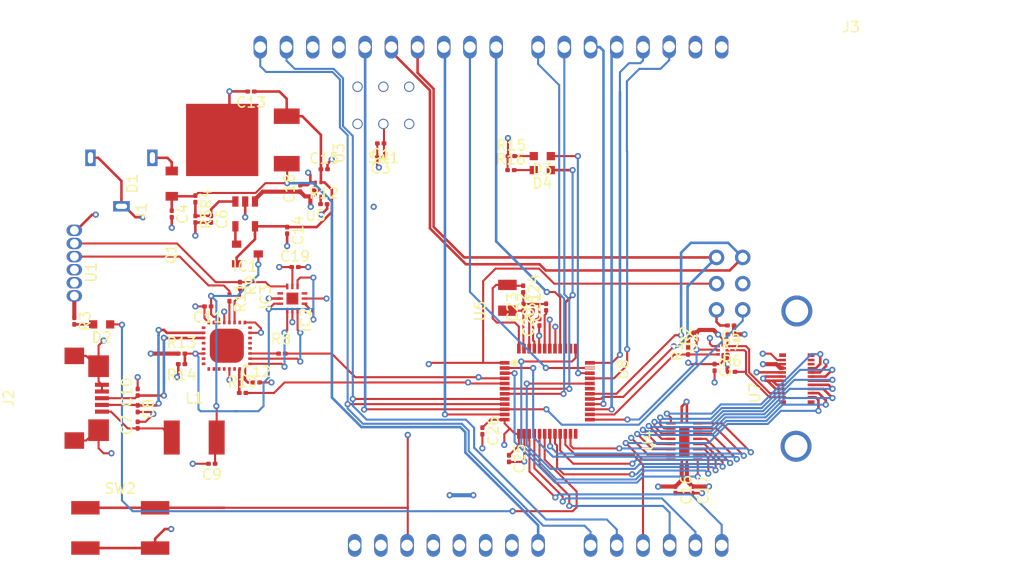
<source format=kicad_pcb>
(kicad_pcb (version 20171130) (host pcbnew "(5.1.4)-1")
  (layers (0 F.Cu signal) (1 In1.Cu signal) (2 In2.Cu signal) (31 B.Cu signal) (34 B.Paste user) (35 F.Paste user) (36 B.SilkS user) (37 F.SilkS user) (38 B.Mask user) (39 F.Mask user) (44 Edge.Cuts user))
  (net 0 "")
  (net 1 P30)
  (net 2 P31)
  (net 3 GND)
  (net 4 +3V3)
  (net 5 +3V0)
  (net 6 "Net-(C6-Pad1)")
  (net 7 "Net-(C7-Pad1)")
  (net 8 "Net-(C8-Pad1)")
  (net 9 "Net-(C11-Pad1)")
  (net 10 "Net-(C10-Pad1)")
  (net 11 "Net-(C12-Pad1)")
  (net 12 "Net-(C13-Pad1)")
  (net 13 "Net-(C20-Pad2)")
  (net 14 "Net-(C21-Pad1)")
  (net 15 "Net-(C22-Pad1)")
  (net 16 "Net-(C23-Pad1)")
  (net 17 "Net-(C24-Pad1)")
  (net 18 "Net-(D2-Pad2)")
  (net 19 P23)
  (net 20 "Net-(D3-Pad2)")
  (net 21 P51)
  (net 22 "Net-(D4-Pad2)")
  (net 23 P56)
  (net 24 SCL0I)
  (net 25 SDA0I)
  (net 26 SCL0)
  (net 27 SDA0)
  (net 28 "Net-(IC2-Pad22)")
  (net 29 U_TEST0)
  (net 30 "Net-(IC2-Pad21)")
  (net 31 U_TEST1N)
  (net 32 "Net-(IC2-Pad11)")
  (net 33 "Net-(D1-Pad2)")
  (net 34 "Net-(IC1-Pad4)")
  (net 35 +5V)
  (net 36 RESETN)
  (net 37 "Net-(IC2-Pad8)")
  (net 38 "Net-(IC2-Pad7)")
  (net 39 "Net-(IC2-Pad5)")
  (net 40 "Net-(IC2-Pad3)")
  (net 41 "Net-(IC2-Pad6)")
  (net 42 "Net-(IC2-Pad18)")
  (net 43 "Net-(IC2-Pad23)")
  (net 44 "Net-(IC2-Pad27)")
  (net 45 "Net-(IC2-Pad25)")
  (net 46 "Net-(IC2-Pad28)")
  (net 47 "Net-(IC2-Pad31)")
  (net 48 "Net-(IC2-Pad32)")
  (net 49 "Net-(IC2-Pad29)")
  (net 50 "Net-(IC2-Pad10)")
  (net 51 "Net-(IC2-Pad12)")
  (net 52 "Net-(IC2-Pad9)")
  (net 53 "Net-(IC2-Pad16)")
  (net 54 "Net-(IC2-Pad13)")
  (net 55 "Net-(IC3-Pad6)")
  (net 56 TEST1N)
  (net 57 "Net-(IC3-Pad10)")
  (net 58 TEST0)
  (net 59 VIN)
  (net 60 P35)
  (net 61 P34)
  (net 62 P03)
  (net 63 P22)
  (net 64 P21)
  (net 65 P20)
  (net 66 P33)
  (net 67 P32)
  (net 68 P43)
  (net 69 P42)
  (net 70 P53)
  (net 71 P50)
  (net 72 P36)
  (net 73 P45)
  (net 74 P44)
  (net 75 P57)
  (net 76 P52)
  (net 77 P37)
  (net 78 RF_IRQ)
  (net 79 MISO0)
  (net 80 RT_REGPDIN)
  (net 81 RF_RSTB)
  (net 82 SCLK0)
  (net 83 MOSI0)
  (net 84 EEP_WP)
  (net 85 RF_CSB)
  (net 86 MOSI0I)
  (net 87 RF_CSBI)
  (net 88 SCLK0I)
  (net 89 RF_REGPDINI)
  (net 90 MISO0I)
  (net 91 "Net-(J1-Pad5)")
  (net 92 "Net-(J1-Pad4)")
  (net 93 "Net-(U7-Pad19)")
  (net 94 "Net-(U7-Pad20)")
  (net 95 RF_REGPDIN)
  (net 96 AVDD_MON)
  (net 97 NFC_IRQI)
  (net 98 RF_IRQI)
  (net 99 P46)
  (net 100 P05)
  (net 101 P04)
  (net 102 "Net-(IC2-Pad30)")
  (net 103 "Net-(IC2-Pad2)")
  (net 104 "Net-(R12-Pad1)")
  (net 105 RF_RSTBI)
  (module Capacitor_SMD:C_0201_0603Metric (layer F.Cu) (at 134.94 109.474 180)
    (fp_text reference C9 (at 0 -1.05) (layer F.SilkS))
    (fp_text value 2.2u)
    (pad 2 smd roundrect (at 0.32 0 180) (size 0.46 0.4) (layers F.Cu F.Mask) (net 3 GND))
    (pad 1 smd roundrect (at -0.32 0 180) (size 0.46 0.4) (layers F.Cu F.Mask) (net 9 "Net-(C11-Pad1)"))
  )
  (module lazurite_footprint:TO252-3 (layer F.Cu) (at 143.45 78.11 90)
    (fp_text reference U3 (at -1.27 3.81 90) (layer F.SilkS))
    (fp_text value BA50BC0FP)
    (pad fin smd rect (at 0 -7.5 90) (size 7 7) (layers F.Cu F.Paste F.Mask) (net 3 GND))
    (pad 1 smd rect (at -2.3 -1.25 90) (size 1.5 2.5) (layers F.Cu F.Paste F.Mask) (net 59 VIN))
    (pad 3 smd rect (at 2.3 -1.25 90) (size 1.5 2.5) (layers F.Cu F.Paste F.Mask) (net 12 "Net-(C13-Pad1)"))
  )
  (module lazurite_footprint:Lazurite_basic (layer F.Cu) (at 183.83 89.49)
    (fp_text reference J3 (at 13.025 -22.3125) (layer F.SilkS))
    (fp_text value Lazurite_Basic)
    (pad NC thru_hole oval (at -35.05 27.89) (size 1.3 2.2) (drill 1.1) (layers *.Cu *.Mask))
    (pad 31 thru_hole oval (at -32.51 27.89) (size 1.3 2.2) (drill 1.1) (layers *.Cu *.Mask) (net 4 +3V3))
    (pad 30 thru_hole oval (at -29.97 27.89) (size 1.3 2.2) (drill 1.1) (layers *.Cu *.Mask) (net 36 RESETN))
    (pad 29 thru_hole oval (at -27.43 27.89) (size 1.3 2.2) (drill 1.1) (layers *.Cu *.Mask) (net 5 +3V0))
    (pad 28 thru_hole oval (at -24.9 27.89) (size 1.3 2.2) (drill 1.1) (layers *.Cu *.Mask) (net 35 +5V))
    (pad 27 thru_hole oval (at -22.36 27.89) (size 1.3 2.2) (drill 1.1) (layers *.Cu *.Mask) (net 3 GND))
    (pad 26 thru_hole oval (at -19.82 27.89) (size 1.3 2.2) (drill 1.1) (layers *.Cu *.Mask) (net 3 GND))
    (pad 25 thru_hole oval (at -17.28 27.89) (size 1.3 2.2) (drill 1.1) (layers *.Cu *.Mask) (net 59 VIN))
    (pad 19 thru_hole oval (at -12.2 27.89) (size 1.3 2.2) (drill 1.1) (layers *.Cu *.Mask) (net 60 P35))
    (pad 20 thru_hole oval (at -9.66 27.89) (size 1.3 2.2) (drill 1.1) (layers *.Cu *.Mask) (net 61 P34))
    (pad 21 thru_hole oval (at -7.12 27.89) (size 1.3 2.2) (drill 1.1) (layers *.Cu *.Mask) (net 62 P03))
    (pad 22 thru_hole oval (at -4.54 27.89) (size 1.3 2.2) (drill 1.1) (layers *.Cu *.Mask) (net 63 P22))
    (pad 23 thru_hole oval (at -2.04 27.8875) (size 1.3 2.2) (drill 1.1) (layers *.Cu *.Mask) (net 64 P21))
    (pad 24 thru_hole oval (at 0.5 27.89) (size 1.3 2.2) (drill 1.1) (layers *.Cu *.Mask) (net 65 P20))
    (pad 8 thru_hole oval (at -17.28 -20.37) (size 1.3 2.2) (drill 1.1) (layers *.Cu *.Mask) (net 66 P33))
    (pad 7 thru_hole oval (at -14.74 -20.37) (size 1.3 2.2) (drill 1.1) (layers *.Cu *.Mask) (net 67 P32))
    (pad 6 thru_hole oval (at -12.2 -20.37) (size 1.3 2.2) (drill 1.1) (layers *.Cu *.Mask) (net 68 P43))
    (pad 5 thru_hole oval (at -9.66 -20.37) (size 1.3 2.2) (drill 1.1) (layers *.Cu *.Mask) (net 69 P42))
    (pad 4 thru_hole oval (at -7.12 -20.37) (size 1.3 2.2) (drill 1.1) (layers *.Cu *.Mask) (net 70 P53))
    (pad 3 thru_hole oval (at -4.58 -20.4125) (size 1.3 2.2) (drill 1.1) (layers *.Cu *.Mask) (net 71 P50))
    (pad 2 thru_hole oval (at -2.04 -20.37) (size 1.3 2.2) (drill 1.1) (layers *.Cu *.Mask) (net 2 P31))
    (pad 1 thru_hole oval (at 0.5 -20.37) (size 1.3 2.2) (drill 1.1) (layers *.Cu *.Mask) (net 1 P30))
    (pad 34 thru_hole circle (at 2.54 5.08) (size 1.5 1.5) (drill 0.9) (layers *.Cu *.Mask) (net 72 P36))
    (pad 37 thru_hole circle (at 0 5.08) (size 1.5 1.5) (drill 0.9) (layers *.Cu *.Mask) (net 3 GND))
    (pad 33 thru_hole circle (at 2.54 2.54) (size 1.5 1.5) (drill 0.9) (layers *.Cu *.Mask) (net 4 +3V3))
    (pad 36 thru_hole circle (at 0 2.54) (size 1.5 1.5) (drill 0.9) (layers *.Cu *.Mask) (net 36 RESETN))
    (pad 32 thru_hole circle (at 2.54 0) (size 1.5 1.5) (drill 0.9) (layers *.Cu *.Mask) (net 73 P45))
    (pad 35 thru_hole circle (at 0 0) (size 1.5 1.5) (drill 0.9) (layers *.Cu *.Mask) (net 74 P44))
    (pad 14 thru_hole oval (at -34.034 -20.37) (size 1.3 2.2) (drill 1.1) (layers *.Cu *.Mask) (net 72 P36))
    (pad 15 thru_hole oval (at -36.574 -20.37) (size 1.3 2.2) (drill 1.1) (layers *.Cu *.Mask) (net 3 GND))
    (pad 16 thru_hole oval (at -39.114 -20.37) (size 1.3 2.2) (drill 1.1) (layers *.Cu *.Mask) (net 4 +3V3))
    (pad 17 thru_hole oval (at -41.654 -20.37) (size 1.3 2.2) (drill 1.1) (layers *.Cu *.Mask) (net 61 P34))
    (pad 9 thru_hole oval (at -21.344 -20.37) (size 1.3 2.2) (drill 1.1) (layers *.Cu *.Mask) (net 75 P57))
    (pad 10 thru_hole oval (at -23.884 -20.37) (size 1.3 2.2) (drill 1.1) (layers *.Cu *.Mask) (net 76 P52))
    (pad 11 thru_hole oval (at -26.414 -20.37) (size 1.3 2.2) (drill 1.1) (layers *.Cu *.Mask) (net 77 P37))
    (pad 12 thru_hole oval (at -28.954 -20.37) (size 1.3 2.2) (drill 1.1) (layers *.Cu *.Mask) (net 74 P44))
    (pad 13 thru_hole oval (at -31.494 -20.37) (size 1.3 2.2) (drill 1.1) (layers *.Cu *.Mask) (net 73 P45))
    (pad 18 thru_hole oval (at -44.194 -20.37) (size 1.3 2.2) (drill 1.1) (layers *.Cu *.Mask) (net 60 P35))
  )
  (module Capacitor_SMD:C_0201_0603Metric (layer F.Cu) (at 181.5 112 270)
    (fp_text reference C17 (at 0 -1.05 90) (layer F.SilkS))
    (fp_text value 0.1u)
    (pad 2 smd roundrect (at 0.32 0 270) (size 0.46 0.4) (layers F.Cu F.Mask) (net 3 GND))
    (pad 1 smd roundrect (at -0.32 0 270) (size 0.46 0.4) (layers F.Cu F.Mask) (net 4 +3V3))
  )
  (module Capacitor_SMD:C_0201_0603Metric (layer F.Cu) (at 179.85 112 270)
    (fp_text reference C16 (at 0 -1.05 90) (layer F.SilkS))
    (fp_text value 0.1u)
    (pad 2 smd roundrect (at 0.32 0 270) (size 0.46 0.4) (layers F.Cu F.Mask) (net 3 GND))
    (pad 1 smd roundrect (at -0.32 0 270) (size 0.46 0.4) (layers F.Cu F.Mask) (net 4 +3V3))
  )
  (module lazurite_footprint:MHS221_DPDT (layer F.Cu) (at 151.56 74.76)
    (fp_text reference SW1 (at 0 5.08) (layer F.SilkS))
    (fp_text value MHS221)
    (pad 6 thru_hole circle (at 2.5 1.8 180) (size 1 1) (drill 0.8) (layers *.Cu *.Mask) (net 35 +5V))
    (pad 5 thru_hole circle (at 0 1.8 180) (size 1 1) (drill 0.8) (layers *.Cu *.Mask) (net 4 +3V3))
    (pad 4 thru_hole circle (at -2.5 1.8 180) (size 1 1) (drill 0.8) (layers *.Cu *.Mask) (net 5 +3V0))
    (pad 3 thru_hole circle (at 2.5 -1.8 180) (size 1 1) (drill 0.8) (layers *.Cu *.Mask) (net 35 +5V))
    (pad 2 thru_hole circle (at 0 -1.8 180) (size 1 1) (drill 0.8) (layers *.Cu *.Mask) (net 4 +3V3))
    (pad 1 thru_hole circle (at -2.5 -1.8 180) (size 1 1) (drill 0.8) (layers *.Cu *.Mask) (net 5 +3V0))
  )
  (module lazurite_footprint:ML620Q504 (layer F.Cu) (at 167.435 102.45 270)
    (fp_text reference U8 (at -2.1125 -7.3375 90) (layer F.SilkS))
    (fp_text value ML620Q504)
    (pad 48 smd rect (at -4.125 2.75) (size 0.35 0.95) (layers F.Cu F.Paste F.Mask Dwgs.User) (net 17 "Net-(C24-Pad1)"))
    (pad 47 smd rect (at -4.125 2.25) (size 0.35 0.95) (layers F.Cu F.Paste F.Mask) (net 16 "Net-(C23-Pad1)"))
    (pad 44 smd rect (at -4.125 0.75) (size 0.35 0.95) (layers F.Cu F.Mask) (net 4 +3V3))
    (pad 45 smd rect (at -4.125 1.25) (size 0.35 0.95) (layers F.Cu F.Paste F.Mask) (net 13 "Net-(C20-Pad2)"))
    (pad 46 smd rect (at -4.125 1.75) (size 0.35 0.95) (layers F.Cu F.Paste F.Mask) (net 15 "Net-(C22-Pad1)"))
    (pad 43 smd rect (at -4.125 0.25) (size 0.35 0.95) (layers F.Cu F.Paste F.Mask) (net 14 "Net-(C21-Pad1)"))
    (pad 39 smd rect (at -4.125 -1.75) (size 0.35 0.95) (layers F.Cu F.Paste F.Mask) (net 23 P56))
    (pad 40 smd rect (at -4.125 -1.25) (size 0.35 0.95) (layers F.Cu F.Paste F.Mask) (net 75 P57))
    (pad 41 smd rect (at -4.125 -0.75) (size 0.35 0.95) (layers F.Cu F.Paste F.Mask) (net 58 TEST0))
    (pad 42 smd rect (at -4.125 -0.25) (size 0.35 0.95) (layers F.Cu F.Mask) (net 56 TEST1N))
    (pad 37 smd rect (at -4.125 -2.75) (size 0.35 0.95) (layers F.Cu F.Paste F.Mask) (net 89 RF_REGPDINI))
    (pad 38 smd rect (at -4.125 -2.25) (size 0.35 0.95) (layers F.Cu F.Paste F.Mask) (net 97 NFC_IRQI))
    (pad 30 smd rect (at 0.25 -4.125 270) (size 0.35 0.95) (layers F.Cu F.Paste F.Mask) (net 73 P45))
    (pad 35 smd rect (at -2.25 -4.125 270) (size 0.35 0.95) (layers F.Cu F.Paste B.SilkS F.Mask) (net 76 P52))
    (pad 36 smd rect (at -2.75 -4.125 270) (size 0.35 0.95) (layers F.Cu F.Paste F.Mask) (net 70 P53))
    (pad 33 smd rect (at -1.25 -4.125 270) (size 0.35 0.95) (layers F.Cu F.Paste F.Mask) (net 71 P50))
    (pad 32 smd rect (at -0.75 -4.125 270) (size 0.35 0.95) (layers *.Paste F.Cu F.Mask) (net 98 RF_IRQI))
    (pad 34 smd rect (at -1.75 -4.125 270) (size 0.35 0.95) (layers F.Cu F.Paste F.Mask) (net 21 P51))
    (pad 29 smd rect (at 0.75 -4.125 270) (size 0.35 0.95) (layers F.Cu F.Paste F.Mask) (net 74 P44))
    (pad 28 smd rect (at 1.25 -4.125 270) (size 0.35 0.95) (layers F.Cu F.Paste F.Mask) (net 68 P43))
    (pad 26 smd rect (at 2.25 -4.125 270) (size 0.35 0.95) (layers F.Cu F.Paste F.Mask) (net 24 SCL0I))
    (pad 25 smd rect (at 2.75 -4.125 270) (size 0.35 0.95) (layers *.Paste F.Cu F.Mask) (net 25 SDA0I))
    (pad 27 smd rect (at 1.75 -4.125 270) (size 0.35 0.95) (layers F.Cu F.Paste F.Mask) (net 69 P42))
    (pad 31 smd rect (at -0.25 -4.125 270) (size 0.35 0.95) (layers F.Cu F.Paste F.Mask) (net 99 P46))
    (pad 24 smd rect (at 4.125 -2.75) (size 0.35 0.95) (layers F.Cu F.Paste F.Mask) (net 100 P05))
    (pad 23 smd rect (at 4.125 -2.25) (size 0.35 0.95) (layers F.Cu F.Paste F.Mask) (net 101 P04))
    (pad 22 smd rect (at 4.125 -1.75) (size 0.35 0.95) (layers F.Cu F.Paste F.Mask) (net 62 P03))
    (pad 21 smd rect (at 4.125 -1.25) (size 0.35 0.95) (layers F.Cu F.Paste F.Mask) (net 88 SCLK0I))
    (pad 20 smd rect (at 4.125 -0.75) (size 0.35 0.95) (layers F.Cu F.Paste F.Mask) (net 90 MISO0I))
    (pad 19 smd rect (at 4.125 -0.25) (size 0.35 0.95) (layers F.Cu F.Mask) (net 86 MOSI0I))
    (pad 13 smd rect (at 4.125 2.75) (size 0.35 0.95) (layers F.Cu F.Paste F.Mask) (net 4 +3V3))
    (pad 14 smd rect (at 4.125 2.25) (size 0.35 0.95) (layers F.Cu F.Paste F.Mask) (net 3 GND))
    (pad 15 smd rect (at 4.125 1.75) (size 0.35 0.95) (layers F.Cu F.Paste F.Mask) (net 65 P20))
    (pad 16 smd rect (at 4.125 1.25) (size 0.35 0.95) (layers F.Cu F.Paste F.Mask) (net 64 P21))
    (pad 17 smd rect (at 4.125 0.75) (size 0.35 0.95) (layers F.Cu F.Paste F.Mask) (net 63 P22))
    (pad 18 smd rect (at 4.125 0.25) (size 0.35 0.95) (layers F.Cu F.Paste F.Mask) (net 19 P23))
    (pad 1 smd rect (at -2.75 4.125 270) (size 0.35 0.95) (layers F.Cu F.Paste F.Mask) (net 36 RESETN))
    (pad 2 smd rect (at -2.25 4.125 270) (size 0.35 0.95) (layers F.Cu F.Paste F.Mask) (net 87 RF_CSBI))
    (pad 3 smd rect (at -1.75 4.125 270) (size 0.35 0.95) (layers F.Cu F.Paste F.Mask) (net 105 RF_RSTBI))
    (pad 4 smd rect (at -1.25 4.125 270) (size 0.35 0.95) (layers F.Cu F.Paste F.Mask) (net 1 P30))
    (pad 5 smd rect (at -0.75 4.125 270) (size 0.35 0.95) (layers *.Paste F.Cu F.Mask) (net 2 P31))
    (pad 12 smd rect (at 2.75 4.125 270) (size 0.35 0.95) (layers F.Cu F.Paste F.Mask) (net 4 +3V3))
    (pad 11 smd rect (at 2.25 4.125 270) (size 0.35 0.95) (layers F.Cu F.Paste F.Mask) (net 77 P37))
    (pad 10 smd rect (at 1.75 4.125 270) (size 0.35 0.95) (layers F.Cu F.Paste F.Mask) (net 72 P36))
    (pad 9 smd rect (at 1.25 4.125 270) (size 0.35 0.95) (layers F.Cu F.Paste F.Mask) (net 60 P35))
    (pad 8 smd rect (at 0.75 4.125 270) (size 0.35 0.95) (layers F.Cu F.Paste F.Mask) (net 61 P34))
    (pad 7 smd rect (at 0.25 4.125 270) (size 0.35 0.95) (layers F.Cu F.Paste F.Mask) (net 66 P33))
    (pad 6 smd rect (at -0.25 4.125 270) (size 0.35 0.95) (layers F.Cu F.Paste F.Mask) (net 67 P32))
  )
  (module "lazurite_footprint:DF40C-20DP-0.4V(51)" (layer F.Cu) (at 191.61 101.23 90)
    (fp_text reference U7 (at -1.375 -4.075 90) (layer F.SilkS))
    (fp_text value BP3596A)
    (pad GND2 thru_hole circle (at 6.55 0 90) (size 3 3) (drill 2.2) (layers *.Cu *.Mask) (net 3 GND))
    (pad GND1 thru_hole circle (at -6.55 -0.075 90) (size 3 3) (drill 2.2) (layers *.Cu *.Mask) (net 3 GND))
    (pad 19 smd rect (at 1.4 1.38 90) (size 0.25 0.66) (layers F.Cu F.Paste F.Mask) (net 93 "Net-(U7-Pad19)"))
    (pad 20 smd rect (at 1.8 1.38 90) (size 0.25 0.66) (layers F.Cu F.Paste F.Mask) (net 94 "Net-(U7-Pad20)"))
    (pad 18 smd rect (at 1 1.38 90) (size 0.25 0.66) (layers F.Cu F.Paste F.Mask) (net 84 EEP_WP))
    (pad 16 smd rect (at 0.2 1.38 90) (size 0.25 0.66) (layers F.Cu B.Adhes F.Paste F.Mask) (net 83 MOSI0))
    (pad 17 smd rect (at 0.6 1.38 90) (size 0.25 0.66) (layers F.Cu F.Paste F.Mask) (net 3 GND))
    (pad 15 smd rect (at -0.2 1.38 90) (size 0.25 0.66) (layers F.Cu F.Paste F.Mask) (net 85 RF_CSB))
    (pad 14 smd rect (at -0.6 1.38 90) (size 0.25 0.66) (layers F.Cu F.Paste F.Mask) (net 82 SCLK0))
    (pad 13 smd rect (at -1 1.38 90) (size 0.25 0.66) (layers F.Cu F.Paste F.Mask) (net 78 RF_IRQ))
    (pad 12 smd rect (at -1.4 1.38 90) (size 0.25 0.66) (layers F.Cu F.Paste F.Mask) (net 79 MISO0))
    (pad 11 smd rect (at -1.8 1.38 90) (size 0.25 0.66) (layers F.Cu F.Paste F.Mask) (net 81 RF_RSTB))
    (pad 10 smd rect (at 1.8 -1.38 90) (size 0.25 0.66) (layers F.Cu F.Paste F.Mask) (net 95 RF_REGPDIN))
    (pad 9 smd rect (at 1.4 -1.38 90) (size 0.25 0.66) (layers F.Cu F.Paste F.Mask) (net 5 +3V0))
    (pad 8 smd rect (at 1 -1.38 90) (size 0.25 0.66) (layers F.Cu F.Paste F.Mask) (net 5 +3V0))
    (pad 7 smd rect (at 0.6 -1.38 90) (size 0.25 0.66) (layers F.Cu F.Paste F.Mask) (net 96 AVDD_MON))
    (pad 6 smd rect (at 0.2 -1.38 90) (size 0.25 0.66) (layers F.Cu F.Paste F.Mask) (net 3 GND))
    (pad 1 smd rect (at -1.8 -1.38 90) (size 0.25 0.66) (layers F.Cu F.Paste F.Mask) (net 26 SCL0))
    (pad 2 smd rect (at -1.4 -1.38 90) (size 0.25 0.66) (layers *.Paste F.Cu F.Mask) (net 27 SDA0))
    (pad 3 smd rect (at -1 -1.38 90) (size 0.25 0.66) (layers F.Cu F.Paste F.Mask) (net 3 GND))
    (pad 4 smd rect (at -0.6 -1.38 90) (size 0.23 0.66) (layers F.Cu F.Paste F.Mask) (net 3 GND))
    (pad 5 smd rect (at -0.2 -1.38 90) (size 0.25 0.66) (layers F.Cu F.Paste F.Mask) (net 3 GND))
    (pad NC smd rect (at 2.275 1.38 90) (size 0.35 0.66) (layers F.Cu F.Paste F.Mask))
    (pad NC smd rect (at -2.275 1.38 90) (size 0.35 0.66) (layers F.Cu F.Paste F.Mask))
    (pad NC smd rect (at 2.275 -1.38 90) (size 0.35 0.66) (layers F.Cu F.Paste F.Mask))
    (pad NC smd rect (at -2.275 -1.38 90) (size 0.35 0.66) (layers F.Cu F.Paste F.Mask))
  )
  (module lazurite_footprint:NX325SA (layer F.Cu) (at 163.575 93.4 90)
    (fp_text reference U6 (at -1.2875 -2.6375 90) (layer F.SilkS))
    (fp_text value NX3215SA)
    (pad 2 smd rect (at 1.25 0 90) (size 1 1.8) (layers F.Cu F.Paste F.Mask) (net 17 "Net-(C24-Pad1)"))
    (pad 1 smd rect (at -1.25 0 90) (size 1 1.8) (layers F.Cu F.Paste F.Mask) (net 16 "Net-(C23-Pad1)"))
  )
  (module lazurite_footprint:HVSOF5 (layer F.Cu) (at 144.99 82.9 180)
    (fp_text reference U5 (at 0 -2.54) (layer F.SilkS))
    (fp_text value BH33PB1WFV)
    (fp_poly (pts (xy -0.125 0.5) (xy -0.125 0.3125) (xy -0.35 0.2) (xy -0.35 -0.2) (xy -0.125 -0.325) (xy -0.125 -0.7) (xy 0.125 -0.7) (xy 0.125 -0.325) (xy 0.35 -0.2) (xy 0.35 0.225) (xy 0.125 0.3125) (xy 0.125 0.5)) (layer F.Cu) (width 0))
    (pad 2 smd rect (at 0 0.675 180) (size 0.25 0.35) (layers F.Cu F.Paste F.Mask) (net 3 GND))
    (pad 3 smd rect (at 0.5 0.675 180) (size 0.25 0.35) (layers F.Cu F.Paste F.Mask) (net 3 GND))
    (pad 1 smd rect (at -0.5 0.675 180) (size 0.25 0.35) (layers F.Cu F.Paste F.Mask) (net 12 "Net-(C13-Pad1)"))
    (pad 4 smd rect (at 0.5 -0.675 180) (size 0.25 0.35) (layers F.Cu F.Paste F.Mask) (net 5 +3V0))
    (pad 5 smd rect (at -0.5 -0.675 180) (size 0.25 0.35) (layers F.Cu F.Paste F.Mask) (net 104 "Net-(R12-Pad1)"))
  )
  (module lazurite_footprint:FXMA108 (layer F.Cu) (at 180.71 107.31 90)
    (fp_text reference U4 (at 0.075 -3.5 90) (layer F.SilkS))
    (fp_text value FXMA108)
    (pad 16 smd rect (at -0.25 -1.3 270) (size 0.24 0.9) (layers F.Cu F.Paste F.Mask) (net 78 RF_IRQ))
    (pad 17 smd rect (at -0.75 -1.3 270) (size 0.24 0.9) (layers F.Cu F.Paste F.Mask) (net 79 MISO0))
    (pad 18 smd rect (at -1.25 -1.3 270) (size 0.24 0.9) (layers F.Cu F.Paste F.Mask) (net 80 RT_REGPDIN))
    (pad 19 smd rect (at -1.75 -1.3 270) (size 0.24 0.9) (layers F.Cu F.Paste F.Mask) (net 81 RF_RSTB))
    (pad 15 smd rect (at 0.25 -1.3 270) (size 0.24 0.9) (layers F.Cu F.Paste F.Mask) (net 82 SCLK0))
    (pad 13 smd rect (at 1.25 -1.3 270) (size 0.24 0.9) (layers F.Cu F.Paste F.Mask) (net 83 MOSI0))
    (pad 12 smd rect (at 1.75 -1.3 270) (size 0.24 0.9) (layers F.Cu F.Paste F.Mask) (net 84 EEP_WP))
    (pad 14 smd rect (at 0.75 -1.3 270) (size 0.24 0.9) (layers F.Cu F.Paste F.Mask) (net 85 RF_CSB))
    (pad 9 smd rect (at 1.75 1.3 270) (size 0.24 0.9) (layers F.Cu F.Paste F.Mask) (net 101 P04))
    (pad 8 smd rect (at 1.25 1.3 270) (size 0.24 0.9) (layers F.Cu F.Paste F.Mask) (net 86 MOSI0I))
    (pad 7 smd rect (at 0.75 1.3 270) (size 0.24 0.9) (layers F.Cu F.Paste F.Mask) (net 87 RF_CSBI))
    (pad 6 smd rect (at 0.25 1.3 270) (size 0.24 0.9) (layers F.Cu F.Paste F.Mask) (net 88 SCLK0I))
    (pad 2 smd rect (at -1.75 1.3 270) (size 0.24 0.9) (layers F.Cu F.Paste F.Mask) (net 105 RF_RSTBI))
    (pad 3 smd rect (at -1.25 1.3 270) (size 0.24 0.9) (layers F.Cu F.Paste F.Mask) (net 89 RF_REGPDINI))
    (pad 4 smd rect (at -0.75 1.3 270) (size 0.24 0.9) (layers F.Cu F.Paste F.Mask) (net 90 MISO0I))
    (pad 5 smd rect (at -0.25 1.3 270) (size 0.24 0.9) (layers F.Cu F.Paste F.Mask) (net 98 RF_IRQI))
    (pad 11 smd rect (at 2.29 -0.25 180) (size 0.24 0.9) (layers F.Cu F.Paste F.Mask) (net 3 GND))
    (pad 10 smd rect (at 2.29 0.25 180) (size 0.24 0.9) (layers F.Cu F.Paste F.Mask) (net 3 GND))
    (pad 20 smd rect (at -2.29 -0.25 180) (size 0.24 0.9) (layers F.Cu F.Paste F.Mask) (net 4 +3V3))
    (pad 1 smd rect (at -2.29 0.25 180) (size 0.24 0.9) (layers F.Cu F.Paste F.Mask) (net 4 +3V3))
    (pad NC smd rect (at 0 0 90) (size 2.9 1) (layers F.Cu F.Paste F.Mask))
  )
  (module lazurite_footprint:FXMA2102 (layer F.Cu) (at 184.43 98.48 90)
    (fp_text reference U2 (at 0.75 -2.95 90) (layer F.SilkS))
    (fp_text value FXMA2102)
    (pad 8 smd rect (at -0.4 0.45 90) (size 0.25 0.35) (layers F.Cu F.Paste F.Mask) (net 5 +3V0))
    (pad 6 smd rect (at 0.4 0.45 90) (size 0.25 0.35) (layers F.Cu F.Paste F.Mask) (net 27 SDA0))
    (pad 7 smd rect (at 0 0.45 90) (size 0.25 0.35) (layers F.Cu F.Paste F.Mask) (net 26 SCL0))
    (pad 5 smd rect (at 0.55 0 90) (size 0.35 0.25) (layers F.Cu F.Paste F.Mask) (net 4 +3V3))
    (pad 4 smd rect (at 0.4 -0.45 90) (size 0.25 0.35) (layers F.Cu F.Paste F.Mask) (net 3 GND))
    (pad 2 smd rect (at -0.4 -0.45 90) (size 0.25 0.35) (layers F.Cu F.Paste F.Mask) (net 24 SCL0I))
    (pad 3 smd rect (at 0 -0.45 90) (size 0.25 0.35) (layers F.Cu F.Paste F.Mask) (net 25 SDA0I))
    (pad 1 smd rect (at -0.5 0 90) (size 0.45 0.25) (layers F.Cu F.Paste F.Mask) (net 4 +3V3))
  )
  (module lazurite_footprint:PJ-102AH (layer F.Cu) (at 126.19 84.54 90)
    (fp_text reference U1 (at -6.3865 -2.9235 90) (layer F.SilkS))
    (fp_text value PJ-102AH)
    (pad 3 thru_hole rect (at 0 0 90) (size 1 1.6) (drill oval 0.5 1.1) (layers *.Cu *.Mask) (net 3 GND))
    (pad 1 thru_hole rect (at 4.7 3) (size 1 1.6) (drill oval 0.5 1.1) (layers *.Cu *.Mask) (net 33 "Net-(D1-Pad2)"))
    (pad 2 thru_hole rect (at 4.7 -3) (size 1 1.6) (drill oval 0.5 1.1) (layers *.Cu *.Mask) (net 3 GND))
  )
  (module lazurite_footprint:SW_ALPS_SKHUALE010 (layer F.Cu) (at 126.075 115.69)
    (fp_text reference SW2 (at 0 -3.81) (layer F.SilkS))
    (fp_text value SW_Push)
    (pad 2 smd rect (at 3.375 1.95) (size 2.75 1.3) (layers F.Cu F.Paste F.Mask Eco1.User) (net 3 GND))
    (pad 2 smd rect (at -3.375 1.95) (size 2.75 1.3) (layers F.Cu F.Paste F.Mask) (net 3 GND))
    (pad 1 smd rect (at 3.375 -1.95) (size 2.75 1.3) (layers F.Cu F.Paste F.Mask) (net 36 RESETN))
    (pad 1 smd rect (at -3.375 -1.95) (size 2.75 1.3) (layers F.Cu F.Paste F.Mask) (net 36 RESETN))
  )
  (module Resistor_SMD:R_0201_0603Metric (layer F.Cu) (at 163.91 81.03)
    (fp_text reference R16 (at 0 -1.05) (layer F.SilkS))
    (fp_text value 1k)
    (pad 2 smd roundrect (at 0.32 0) (size 0.46 0.4) (layers F.Cu F.Mask) (net 22 "Net-(D4-Pad2)"))
    (pad 1 smd roundrect (at -0.32 0) (size 0.46 0.4) (layers F.Cu F.Mask) (net 4 +3V3))
  )
  (module Resistor_SMD:R_0201_0603Metric (layer F.Cu) (at 163.95 79.675)
    (fp_text reference R15 (at 0 -1.05) (layer F.SilkS))
    (fp_text value 1k)
    (pad 2 smd roundrect (at 0.32 0) (size 0.46 0.4) (layers F.Cu F.Mask) (net 20 "Net-(D3-Pad2)"))
    (pad 1 smd roundrect (at -0.32 0) (size 0.46 0.4) (layers F.Cu F.Mask) (net 4 +3V3))
  )
  (module Resistor_SMD:R_0201_0603Metric (layer F.Cu) (at 132.014 99.822 180)
    (fp_text reference R14 (at 0 -1.05) (layer F.SilkS))
    (fp_text value 10k)
    (pad 2 smd roundrect (at 0.32 0 180) (size 0.46 0.4) (layers F.Cu F.Mask) (net 3 GND))
    (pad 1 smd roundrect (at -0.32 0 180) (size 0.46 0.4) (layers F.Cu F.Mask) (net 32 "Net-(IC2-Pad11)"))
  )
  (module Resistor_SMD:R_0201_0603Metric (layer F.Cu) (at 132.014 98.806)
    (fp_text reference R13 (at 0 -1.05) (layer F.SilkS))
    (fp_text value NC)
    (pad 2 smd roundrect (at 0.32 0) (size 0.46 0.4) (layers F.Cu F.Mask) (net 32 "Net-(IC2-Pad11)"))
    (pad 1 smd roundrect (at -0.32 0) (size 0.46 0.4) (layers F.Cu F.Mask) (net 4 +3V3))
  )
  (module Resistor_SMD:R_0201_0603Metric (layer F.Cu) (at 145.796 84.328)
    (fp_text reference R12 (at 0 -1.05) (layer F.SilkS))
    (fp_text value 100k)
    (pad 2 smd roundrect (at 0.32 0) (size 0.46 0.4) (layers F.Cu F.Mask) (net 3 GND))
    (pad 1 smd roundrect (at -0.32 0) (size 0.46 0.4) (layers F.Cu F.Mask) (net 104 "Net-(R12-Pad1)"))
  )
  (module Resistor_SMD:R_0201_0603Metric (layer F.Cu) (at 136.652 93.406 270)
    (fp_text reference R11 (at 0 -1.05 90) (layer F.SilkS))
    (fp_text value 510)
    (pad 2 smd roundrect (at 0.32 0 270) (size 0.46 0.4) (layers F.Cu F.Mask) (net 30 "Net-(IC2-Pad21)"))
    (pad 1 smd roundrect (at -0.32 0 270) (size 0.46 0.4) (layers F.Cu F.Mask) (net 31 U_TEST1N))
  )
  (module Resistor_SMD:R_0201_0603Metric (layer F.Cu) (at 137.922 102.616)
    (fp_text reference R10 (at 0 -1.05) (layer F.SilkS))
    (fp_text value 1k)
    (pad 2 smd roundrect (at 0.32 0) (size 0.46 0.4) (layers F.Cu F.Mask) (net 2 P31))
    (pad 1 smd roundrect (at -0.32 0) (size 0.46 0.4) (layers F.Cu F.Mask) (net 103 "Net-(IC2-Pad2)"))
  )
  (module Resistor_SMD:R_0201_0603Metric (layer F.Cu) (at 137.668 92.202 270)
    (fp_text reference R9 (at 0 -1.05 90) (layer F.SilkS))
    (fp_text value 510)
    (pad 2 smd roundrect (at 0.32 0 270) (size 0.46 0.4) (layers F.Cu F.Mask) (net 28 "Net-(IC2-Pad22)"))
    (pad 1 smd roundrect (at -0.32 0 270) (size 0.46 0.4) (layers F.Cu F.Mask) (net 29 U_TEST0))
  )
  (module Resistor_SMD:R_0201_0603Metric (layer F.Cu) (at 141.732 98.806)
    (fp_text reference R8 (at -0.085 -1.405) (layer F.SilkS))
    (fp_text value 1k)
    (pad 2 smd roundrect (at 0.32 0) (size 0.46 0.4) (layers F.Cu F.Mask) (net 1 P30))
    (pad 1 smd roundrect (at -0.32 0) (size 0.46 0.4) (layers F.Cu F.Mask) (net 102 "Net-(IC2-Pad30)"))
  )
  (module Resistor_SMD:R_0201_0603Metric (layer F.Cu) (at 185.25 96.94 180)
    (fp_text reference R7 (at 0 -1.05) (layer F.SilkS))
    (fp_text value 10k)
    (pad 2 smd roundrect (at 0.32 0 180) (size 0.46 0.4) (layers F.Cu F.Mask) (net 27 SDA0))
    (pad 1 smd roundrect (at -0.32 0 180) (size 0.46 0.4) (layers F.Cu F.Mask) (net 5 +3V0))
  )
  (module Resistor_SMD:R_0201_0603Metric (layer F.Cu) (at 185.3 100.57)
    (fp_text reference R6 (at 0 -1.05) (layer F.SilkS))
    (fp_text value 10k)
    (pad 2 smd roundrect (at 0.32 0) (size 0.46 0.4) (layers F.Cu F.Mask) (net 26 SCL0))
    (pad 1 smd roundrect (at -0.32 0) (size 0.46 0.4) (layers F.Cu F.Mask) (net 5 +3V0))
  )
  (module Resistor_SMD:R_0201_0603Metric (layer F.Cu) (at 133.35 85.786 270)
    (fp_text reference R5 (at 0 -1.05 90) (layer F.SilkS))
    (fp_text value 100k)
    (pad 2 smd roundrect (at 0.32 0 270) (size 0.46 0.4) (layers F.Cu F.Mask) (net 3 GND))
    (pad 1 smd roundrect (at -0.32 0 270) (size 0.46 0.4) (layers F.Cu F.Mask) (net 6 "Net-(C6-Pad1)"))
  )
  (module Resistor_SMD:R_0201_0603Metric (layer F.Cu) (at 133.35 83.82 270)
    (fp_text reference R4 (at 0 -1.05 90) (layer F.SilkS))
    (fp_text value 100k)
    (pad 2 smd roundrect (at 0.32 0 270) (size 0.46 0.4) (layers F.Cu F.Mask) (net 6 "Net-(C6-Pad1)"))
    (pad 1 smd roundrect (at -0.32 0 270) (size 0.46 0.4) (layers F.Cu F.Mask) (net 59 VIN))
  )
  (module Resistor_SMD:R_0201_0603Metric (layer F.Cu) (at 121.625 95.655 270)
    (fp_text reference R3 (at 0 -1.05 90) (layer F.SilkS))
    (fp_text value 1k)
    (pad 2 smd roundrect (at 0.32 0 270) (size 0.46 0.4) (layers F.Cu F.Mask) (net 18 "Net-(D2-Pad2)"))
    (pad 1 smd roundrect (at -0.32 0 270) (size 0.46 0.4) (layers F.Cu F.Mask) (net 4 +3V3))
  )
  (module Resistor_SMD:R_0201_0603Metric (layer F.Cu) (at 181.9 97.09 90)
    (fp_text reference R2 (at 0 -1.05 90) (layer F.SilkS))
    (fp_text value 10k)
    (pad 2 smd roundrect (at 0.32 0 90) (size 0.46 0.4) (layers F.Cu F.Mask) (net 4 +3V3))
    (pad 1 smd roundrect (at -0.32 0 90) (size 0.46 0.4) (layers F.Cu F.Mask) (net 25 SDA0I))
  )
  (module Resistor_SMD:R_0201_0603Metric (layer F.Cu) (at 181.08 98.57 90)
    (fp_text reference R1 (at 0 -1.05 90) (layer F.SilkS))
    (fp_text value 10k)
    (pad 2 smd roundrect (at 0.32 0 90) (size 0.46 0.4) (layers F.Cu F.Mask) (net 4 +3V3))
    (pad 1 smd roundrect (at -0.32 0 90) (size 0.46 0.4) (layers F.Cu F.Mask) (net 24 SCL0I))
  )
  (module lazurite_footprint:SOT-346T (layer F.Cu) (at 137.346 89.154 270)
    (fp_text reference Q1 (at 0 6.35 90) (layer F.SilkS))
    (fp_text value RTR030P)
    (pad 1 smd rect (at -0.95 0 90) (size 0.7 0.9) (layers F.Cu F.Paste F.Mask) (net 34 "Net-(IC1-Pad4)"))
    (pad 2 smd rect (at 0.95 0 90) (size 0.7 0.9) (layers F.Cu F.Paste F.Mask) (net 12 "Net-(C13-Pad1)"))
    (pad 3 smd rect (at 0 -2.1 90) (size 0.7 0.9) (layers F.Cu F.Paste F.Mask) (net 9 "Net-(C11-Pad1)"))
  )
  (module lazurite_footprint:MF_MSEF050_2 (layer F.Cu) (at 133.239 106.934)
    (fp_text reference L1 (at 0 -3.81) (layer F.SilkS))
    (fp_text value MF-MSMF050-2)
    (pad 2 smd rect (at 2.175 0 180) (size 1.55 3.3) (layers F.Cu F.Paste F.Mask) (net 9 "Net-(C11-Pad1)"))
    (pad 1 smd rect (at -2.175 0 180) (size 1.55 3.3) (layers F.Cu F.Paste F.Mask) (net 7 "Net-(C7-Pad1)"))
  )
  (module lazurite_footprint:USB_B_hirose_ZX62R-B-5P (layer F.Cu) (at 121.625 103.125 270)
    (fp_text reference J2 (at 0 6.35 90) (layer F.SilkS))
    (fp_text value ZX62R_B_5P)
    (pad 4 smd rect (at -0.65 -2.675 270) (size 0.4 1.35) (layers F.Cu F.Paste F.Mask) (net 3 GND))
    (pad 3 smd rect (at 0 -2.675 270) (size 0.4 1.35) (layers F.Cu F.Paste F.Mask) (net 10 "Net-(C10-Pad1)"))
    (pad 2 smd rect (at 0.65 -2.675 270) (size 0.4 1.35) (layers F.Cu F.Paste F.Mask) (net 8 "Net-(C8-Pad1)"))
    (pad 5 smd rect (at -1.3 -2.675 270) (size 0.4 1.35) (layers F.Cu F.Paste F.Mask) (net 3 GND))
    (pad 6 smd rect (at 4.1 0 270) (size 1.6 1.9) (layers F.Cu F.Paste F.Mask) (net 3 GND))
    (pad 6 smd rect (at 3.1 -2.35 270) (size 2.1 2) (layers F.Cu F.Paste F.Mask) (net 3 GND))
    (pad 6 smd rect (at -4.1 0 270) (size 1.6 1.9) (layers F.Cu F.Paste F.Mask) (net 3 GND))
    (pad 1 smd rect (at 1.3 -2.675 270) (size 0.4 1.35) (layers F.Cu F.Paste F.Mask) (net 7 "Net-(C7-Pad1)"))
    (pad 6 smd rect (at -3.1 -2.35 270) (size 2.1 2) (layers F.Cu F.Paste F.Mask) (net 3 GND))
  )
  (module lazurite_footprint:mac8-xb-1-5-6p (layer F.Cu) (at 121.625 90.043 270)
    (fp_text reference J1 (at -5.0125 -6.4875 90) (layer F.SilkS))
    (fp_text value mac8_XB-1-5-5P)
    (pad 1 thru_hole oval (at -3.175 0 270) (size 1.1 1.5) (drill 0.85) (layers *.Cu *.Mask) (net 3 GND))
    (pad 2 thru_hole oval (at -1.905 0 270) (size 1.1 1.5) (drill 0.85) (layers *.Cu *.Mask) (net 29 U_TEST0))
    (pad 6 thru_hole oval (at 3.175 0 270) (size 1.1 1.5) (drill 0.85) (layers *.Cu *.Mask) (net 4 +3V3))
    (pad 5 thru_hole oval (at 1.905 0 270) (size 1.1 1.5) (drill 0.85) (layers *.Cu *.Mask) (net 91 "Net-(J1-Pad5)"))
    (pad 4 thru_hole oval (at 0.635 0 270) (size 1.1 1.5) (drill 0.85) (layers *.Cu *.Mask) (net 92 "Net-(J1-Pad4)"))
    (pad 3 thru_hole oval (at -0.635 0 270) (size 1.1 1.5) (drill 0.85) (layers *.Cu *.Mask) (net 31 U_TEST1N))
  )
  (module lazurite_footprint:DG2023e (layer F.Cu) (at 142.748 93.472 90)
    (fp_text reference IC3 (at 0.125 -2.6 90) (layer F.SilkS))
    (fp_text value DG2023e)
    (pad NC smd rect (at -1.32 1.32) (size 0.2175 0.2175) (layers *.Paste F.Cu F.Mask))
    (pad NC smd rect (at 0 0) (size 1.15 1.15) (layers F.Cu F.Paste F.Mask))
    (pad 7 smd rect (at 1.175 0.5) (size 0.23 0.55) (layers F.Cu F.Paste F.Mask) (net 32 "Net-(IC2-Pad11)"))
    (pad 9 smd rect (at 1.175 -0.5) (size 0.23 0.55) (layers F.Cu F.Paste F.Mask) (net 29 U_TEST0))
    (pad 8 smd rect (at 1.175 0) (size 0.23 0.55) (layers F.Cu F.Paste F.Mask) (net 4 +3V3))
    (pad 1 smd rect (at -1.175 -0.5) (size 0.23 0.55) (layers F.Cu F.Paste F.Mask) (net 48 "Net-(IC2-Pad32)"))
    (pad 3 smd rect (at -1.175 0.5) (size 0.23 0.55) (layers F.Cu F.Paste F.Mask) (net 47 "Net-(IC2-Pad31)"))
    (pad 2 smd rect (at -1.175 0) (size 0.23 0.55) (layers F.Cu F.Paste F.Mask) (net 3 GND))
    (pad 6 smd rect (at 0.5 1.175 270) (size 0.23 0.55) (layers F.Cu F.Paste F.Mask) (net 55 "Net-(IC3-Pad6)"))
    (pad 4 smd rect (at -0.5 1.175 270) (size 0.23 0.55) (layers F.Cu F.Paste F.Mask) (net 32 "Net-(IC2-Pad11)"))
    (pad 5 smd rect (at 0 1.175 270) (size 0.23 0.55) (layers F.Cu F.Paste F.Mask) (net 56 TEST1N))
    (pad 10 smd rect (at 0.5 -1.175 270) (size 0.23 0.55) (layers F.Cu F.Paste F.Mask) (net 57 "Net-(IC3-Pad10)"))
    (pad 12 smd rect (at -0.5 -1.175 270) (size 0.23 0.55) (layers F.Cu F.Paste F.Mask) (net 32 "Net-(IC2-Pad11)"))
    (pad 11 smd rect (at 0 -1.175 270) (size 0.23 0.55) (layers F.Cu F.Paste F.Mask) (net 58 TEST0))
  )
  (module lazurite_footprint:QFN-EP-32 (layer F.Cu) (at 136.398 98.044 270)
    (fp_text reference IC2 (at -2.5125 -7.6375 90) (layer F.SilkS))
    (fp_text value FT232RQ)
    (pad 31 smd rect (at 1.25 -2.25 270) (size 0.25 0.35) (layers *.Paste F.Cu F.Mask) (net 47 "Net-(IC2-Pad31)"))
    (pad 29 smd rect (at 0.25 -2.25 270) (size 0.25 0.35) (layers *.Paste F.Cu F.Mask) (net 49 "Net-(IC2-Pad29)"))
    (pad 26 smd rect (at -1.25 -2.25 270) (size 0.25 0.35) (layers *.Paste F.Cu F.Mask) (net 3 GND))
    (pad 30 smd rect (at 0.75 -2.25 270) (size 0.25 0.35) (layers *.Paste F.Cu F.Mask) (net 102 "Net-(IC2-Pad30)"))
    (pad 25 smd rect (at -1.75 -2.25 270) (size 0.25 0.35) (layers *.Paste F.Cu F.Adhes F.Mask) (net 45 "Net-(IC2-Pad25)"))
    (pad 32 smd rect (at 1.75 -2.25 270) (size 0.25 0.35) (layers *.Paste F.Cu F.Mask) (net 48 "Net-(IC2-Pad32)"))
    (pad 27 smd rect (at -0.75 -2.25 270) (size 0.25 0.35) (layers *.Paste F.Cu F.Mask) (net 44 "Net-(IC2-Pad27)"))
    (pad 28 smd rect (at -0.25 -2.25 270) (size 0.25 0.35) (layers *.Paste F.Cu F.Mask) (net 46 "Net-(IC2-Pad28)"))
    (pad 24 smd rect (at -2.25 -1.75 180) (size 0.25 0.35) (layers *.Paste F.Cu F.Mask) (net 3 GND))
    (pad 20 smd rect (at -2.25 0.25 180) (size 0.25 0.35) (layers *.Paste F.Cu F.Mask) (net 3 GND))
    (pad 19 smd rect (at -2.25 0.75 180) (size 0.25 0.35) (layers *.Paste F.Cu F.Mask) (net 9 "Net-(C11-Pad1)"))
    (pad 23 smd rect (at -2.25 -1.25 180) (size 0.25 0.35) (layers *.Paste F.Cu F.Mask) (net 43 "Net-(IC2-Pad23)"))
    (pad 17 smd rect (at -2.25 1.75 180) (size 0.25 0.35) (layers *.Paste F.Cu F.Mask) (net 3 GND))
    (pad 21 smd rect (at -2.25 -0.25 180) (size 0.25 0.35) (layers *.Paste F.Cu F.Mask) (net 30 "Net-(IC2-Pad21)"))
    (pad 18 smd rect (at -2.25 1.25 180) (size 0.25 0.35) (layers *.Paste F.Cu F.Mask) (net 42 "Net-(IC2-Pad18)"))
    (pad 22 smd rect (at -2.25 -0.75 180) (size 0.25 0.35) (layers *.Paste F.Cu F.Mask) (net 28 "Net-(IC2-Pad22)"))
    (pad 1 smd rect (at 2.25 -1.75 180) (size 0.25 0.35) (layers *.Paste F.Cu F.Mask) (net 11 "Net-(C12-Pad1)"))
    (pad 2 smd rect (at 2.25 -1.25 180) (size 0.25 0.35) (layers *.Paste F.Cu F.Mask) (net 103 "Net-(IC2-Pad2)"))
    (pad 4 smd rect (at 2.25 -0.25 180) (size 0.25 0.35) (layers *.Paste F.Cu F.Mask) (net 3 GND))
    (pad 3 smd rect (at 2.25 -0.75 180) (size 0.25 0.35) (layers *.Paste F.Cu F.Mask) (net 40 "Net-(IC2-Pad3)"))
    (pad 5 smd rect (at 2.25 0.25 180) (size 0.25 0.35) (layers *.Paste F.Cu F.Mask) (net 39 "Net-(IC2-Pad5)"))
    (pad 6 smd rect (at 2.25 0.75 180) (size 0.25 0.35) (layers *.Paste F.Cu F.Mask) (net 41 "Net-(IC2-Pad6)"))
    (pad 7 smd rect (at 2.25 1.25 180) (size 0.25 0.35) (layers *.Paste F.Cu F.Mask) (net 38 "Net-(IC2-Pad7)"))
    (pad 8 smd rect (at 2.25 1.75 180) (size 0.25 0.35) (layers *.Paste F.Cu F.Mask) (net 37 "Net-(IC2-Pad8)"))
    (pad 9 smd rect (at 1.75 2.25 90) (size 0.25 0.35) (layers *.Paste F.Cu F.Mask) (net 52 "Net-(IC2-Pad9)"))
    (pad 10 smd rect (at 1.25 2.25 90) (size 0.25 0.35) (layers *.Paste F.Cu F.Mask) (net 50 "Net-(IC2-Pad10)"))
    (pad 11 smd rect (at 0.75 2.25 90) (size 0.25 0.35) (layers *.Paste F.Cu F.Mask) (net 32 "Net-(IC2-Pad11)"))
    (pad 12 smd rect (at 0.3125 2.25 90) (size 0.25 0.35) (layers *.Paste F.Cu F.Mask) (net 51 "Net-(IC2-Pad12)"))
    (pad 13 smd rect (at -0.25 2.25 90) (size 0.25 0.35) (layers *.Paste F.Cu F.Mask) (net 54 "Net-(IC2-Pad13)"))
    (pad 14 smd rect (at -0.75 2.25 90) (size 0.25 0.35) (layers *.Paste F.Cu F.Mask) (net 10 "Net-(C10-Pad1)"))
    (pad 15 smd rect (at -1.25 2.25 90) (size 0.25 0.35) (layers *.Paste F.Cu F.Mask) (net 8 "Net-(C8-Pad1)"))
    (pad EXP smd roundrect (at 0 0) (size 3.3 3.3) (layers F.Cu F.Paste F.Mask))
    (pad 16 smd rect (at -1.75 2.25 90) (size 0.25 0.35) (layers *.Paste F.Cu F.Mask) (net 53 "Net-(IC2-Pad16)"))
  )
  (module lazurite_footprint:SSOP5 (layer F.Cu) (at 138.176 85.274)
    (fp_text reference IC1 (at 0 5.08) (layer F.SilkS))
    (fp_text value BU7231SG)
    (pad 5 smd rect (at 0.95 1.2) (size 0.6 1) (layers F.Cu F.Paste F.Mask) (net 12 "Net-(C13-Pad1)"))
    (pad 4 smd rect (at -0.95 1.2) (size 0.6 1) (layers F.Cu F.Paste F.Mask) (net 34 "Net-(IC1-Pad4)"))
    (pad 3 smd rect (at -0.95 -1.2) (size 0.6 1) (layers F.Cu F.Paste F.Mask) (net 6 "Net-(C6-Pad1)"))
    (pad 2 smd rect (at 0 -1.2) (size 0.6 1) (layers F.Cu F.Paste F.Mask) (net 3 GND))
    (pad 1 smd rect (at 0.95 -1.2) (size 0.6 1) (layers F.Cu F.Paste F.Mask) (net 5 +3V0))
  )
  (module lazurite_footprint:SML-E1 (layer F.Cu) (at 166.955 81.03 180)
    (fp_text reference D4 (at 0 -1.27) (layer F.SilkS))
    (fp_text value SML-E13BC8T)
    (pad 2 smd rect (at 0.825 0 180) (size 0.8 0.8) (layers F.Cu F.Paste F.Mask Eco1.User) (net 22 "Net-(D4-Pad2)"))
    (pad 1 smd rect (at -0.825 0 180) (size 0.8 0.8) (layers F.Cu F.Paste F.Mask Eco1.User) (net 23 P56))
  )
  (module lazurite_footprint:SML-E1 (layer F.Cu) (at 166.955 79.675 180)
    (fp_text reference D3 (at 0 -1.27) (layer F.SilkS))
    (fp_text value SML-E12Y8W)
    (pad 2 smd rect (at 0.825 0 180) (size 0.8 0.8) (layers F.Cu F.Paste F.Mask Eco1.User) (net 20 "Net-(D3-Pad2)"))
    (pad 1 smd rect (at -0.825 0 180) (size 0.8 0.8) (layers F.Cu F.Paste F.Mask Eco1.User) (net 21 P51))
  )
  (module lazurite_footprint:SML-E1 (layer F.Cu) (at 124.275 95.975 180)
    (fp_text reference D2 (at 0 -1.27) (layer F.SilkS))
    (fp_text value SML-E12U8WT86)
    (pad 2 smd rect (at 0.825 0 180) (size 0.8 0.8) (layers F.Cu F.Paste F.Mask Eco1.User) (net 18 "Net-(D2-Pad2)"))
    (pad 1 smd rect (at -0.825 0 180) (size 0.8 0.8) (layers F.Cu F.Paste F.Mask Eco1.User) (net 19 P23))
  )
  (module lazurite_footprint:PMDU (layer F.Cu) (at 131.064 82.341 270)
    (fp_text reference D1 (at 0 3.81 90) (layer F.SilkS))
    (fp_text value RB160MM)
    (pad 2 smd rect (at -1.225 0 270) (size 0.85 1.2) (layers F.Cu F.Paste F.Mask) (net 33 "Net-(D1-Pad2)"))
    (pad 1 smd rect (at 1.225 0 270) (size 0.85 1.2) (layers F.Cu F.Paste F.Mask) (net 59 VIN))
  )
  (module Capacitor_SMD:C_0201_0603Metric (layer F.Cu) (at 161.15 106.3 270)
    (fp_text reference C26 (at 0 -1.05 90) (layer F.SilkS))
    (fp_text value 0.1u)
    (pad 2 smd roundrect (at 0.32 0 270) (size 0.46 0.4) (layers F.Cu F.Mask) (net 3 GND))
    (pad 1 smd roundrect (at -0.32 0 270) (size 0.46 0.4) (layers F.Cu F.Mask) (net 4 +3V3))
  )
  (module Capacitor_SMD:C_0201_0603Metric (layer F.Cu) (at 163.725 108.975 270)
    (fp_text reference C25 (at 0 -1.05 90) (layer F.SilkS))
    (fp_text value 1u)
    (pad 2 smd roundrect (at 0.32 0 270) (size 0.46 0.4) (layers F.Cu F.Mask) (net 3 GND))
    (pad 1 smd roundrect (at -0.32 0 270) (size 0.46 0.4) (layers F.Cu F.Mask) (net 4 +3V3))
  )
  (module Capacitor_SMD:C_0201_0603Metric (layer F.Cu) (at 165.1 92.55 270)
    (fp_text reference C24 (at 0 -1.05 90) (layer F.SilkS))
    (fp_text value 8p)
    (pad 2 smd roundrect (at 0.32 0 270) (size 0.46 0.4) (layers F.Cu F.Mask) (net 13 "Net-(C20-Pad2)"))
    (pad 1 smd roundrect (at -0.32 0 270) (size 0.46 0.4) (layers F.Cu F.Mask) (net 17 "Net-(C24-Pad1)"))
  )
  (module Capacitor_SMD:C_0201_0603Metric (layer F.Cu) (at 165.125 94.32 90)
    (fp_text reference C23 (at 0 -1.05 90) (layer F.SilkS))
    (fp_text value 8p)
    (pad 2 smd roundrect (at 0.32 0 90) (size 0.46 0.4) (layers F.Cu F.Mask) (net 13 "Net-(C20-Pad2)"))
    (pad 1 smd roundrect (at -0.32 0 90) (size 0.46 0.4) (layers F.Cu F.Mask) (net 16 "Net-(C23-Pad1)"))
  )
  (module Capacitor_SMD:C_0201_0603Metric (layer F.Cu) (at 166.025 94.32 90)
    (fp_text reference C22 (at 0 -1.05 90) (layer F.SilkS))
    (fp_text value 33000p)
    (pad 2 smd roundrect (at 0.32 0 90) (size 0.46 0.4) (layers F.Cu F.Mask) (net 13 "Net-(C20-Pad2)"))
    (pad 1 smd roundrect (at -0.32 0 90) (size 0.46 0.4) (layers F.Cu F.Mask) (net 15 "Net-(C22-Pad1)"))
  )
  (module Capacitor_SMD:C_0201_0603Metric (layer F.Cu) (at 167.325 94.3 90)
    (fp_text reference C21 (at 0 -1.05 90) (layer F.SilkS))
    (fp_text value 2.2u)
    (pad 2 smd roundrect (at 0.32 0 90) (size 0.46 0.4) (layers F.Cu F.Mask) (net 13 "Net-(C20-Pad2)"))
    (pad 1 smd roundrect (at -0.32 0 90) (size 0.46 0.4) (layers F.Cu F.Mask) (net 14 "Net-(C21-Pad1)"))
  )
  (module Capacitor_SMD:C_0201_0603Metric (layer F.Cu) (at 166.675 95.77 90)
    (fp_text reference C20 (at 0 -1.05 90) (layer F.SilkS))
    (fp_text value 2.2u)
    (pad 2 smd roundrect (at 0.32 0 90) (size 0.46 0.4) (layers F.Cu F.Mask) (net 13 "Net-(C20-Pad2)"))
    (pad 1 smd roundrect (at -0.32 0 90) (size 0.46 0.4) (layers F.Cu F.Mask) (net 4 +3V3))
  )
  (module Capacitor_SMD:C_0201_0603Metric (layer F.Cu) (at 143.002 90.424)
    (fp_text reference C19 (at 0 -1.05) (layer F.SilkS))
    (fp_text value 0.1u)
    (pad 2 smd roundrect (at 0.32 0) (size 0.46 0.4) (layers F.Cu F.Mask) (net 3 GND))
    (pad 1 smd roundrect (at -0.32 0) (size 0.46 0.4) (layers F.Cu F.Mask) (net 4 +3V3))
  )
  (module Capacitor_SMD:C_0201_0603Metric (layer F.Cu) (at 143.51 82.804 90)
    (fp_text reference C18 (at 0 -1.05 90) (layer F.SilkS))
    (fp_text value 2.2u)
    (pad 2 smd roundrect (at 0.32 0 90) (size 0.46 0.4) (layers F.Cu F.Mask) (net 3 GND))
    (pad 1 smd roundrect (at -0.32 0 90) (size 0.46 0.4) (layers F.Cu F.Mask) (net 5 +3V0))
  )
  (module Capacitor_SMD:C_0201_0603Metric (layer F.Cu) (at 145.83 80.95)
    (fp_text reference C15 (at 0 -1.05) (layer F.SilkS))
    (fp_text value 0.01u)
    (pad 2 smd roundrect (at 0.32 0) (size 0.46 0.4) (layers F.Cu F.Mask) (net 3 GND))
    (pad 1 smd roundrect (at -0.32 0) (size 0.46 0.4) (layers F.Cu F.Mask) (net 12 "Net-(C13-Pad1)"))
  )
  (module Capacitor_SMD:C_0201_0603Metric (layer F.Cu) (at 142.24 86.868 270)
    (fp_text reference C14 (at 0 -1.05 90) (layer F.SilkS))
    (fp_text value 0.1u)
    (pad 2 smd roundrect (at 0.32 0 270) (size 0.46 0.4) (layers F.Cu F.Mask) (net 3 GND))
    (pad 1 smd roundrect (at -0.32 0 270) (size 0.46 0.4) (layers F.Cu F.Mask) (net 12 "Net-(C13-Pad1)"))
  )
  (module Capacitor_SMD:C_0201_0603Metric (layer F.Cu) (at 138.74 73.42 180)
    (fp_text reference C13 (at 0 -1.05) (layer F.SilkS))
    (fp_text value 22u)
    (pad 2 smd roundrect (at 0.32 0 180) (size 0.46 0.4) (layers F.Cu F.Mask) (net 3 GND))
    (pad 1 smd roundrect (at -0.32 0 180) (size 0.46 0.4) (layers F.Cu F.Mask) (net 12 "Net-(C13-Pad1)"))
  )
  (module Capacitor_SMD:C_0201_0603Metric (layer F.Cu) (at 139.258 101.6)
    (fp_text reference C12 (at 0 -1.05) (layer F.SilkS))
    (fp_text value 0.1u)
    (pad 2 smd roundrect (at 0.32 0) (size 0.46 0.4) (layers F.Cu F.Mask) (net 3 GND))
    (pad 1 smd roundrect (at -0.32 0) (size 0.46 0.4) (layers F.Cu F.Mask) (net 11 "Net-(C12-Pad1)"))
  )
  (module Capacitor_SMD:C_0201_0603Metric (layer F.Cu) (at 134.554 94.234 180)
    (fp_text reference C11 (at 0 -1.05) (layer F.SilkS))
    (fp_text value 0.1u)
    (pad 2 smd roundrect (at 0.32 0 180) (size 0.46 0.4) (layers F.Cu F.Mask) (net 3 GND))
    (pad 1 smd roundrect (at -0.32 0 180) (size 0.46 0.4) (layers F.Cu F.Mask) (net 9 "Net-(C11-Pad1)"))
  )
  (module Capacitor_SMD:C_0201_0603Metric (layer F.Cu) (at 127.762 102.55 90)
    (fp_text reference C10 (at 0 -1.05 90) (layer F.SilkS))
    (fp_text value 47p)
    (pad 2 smd roundrect (at 0.32 0 90) (size 0.46 0.4) (layers F.Cu F.Mask) (net 3 GND))
    (pad 1 smd roundrect (at -0.32 0 90) (size 0.46 0.4) (layers F.Cu F.Mask) (net 10 "Net-(C10-Pad1)"))
  )
  (module Capacitor_SMD:C_0201_0603Metric (layer F.Cu) (at 127.762 104.14 270)
    (fp_text reference C8 (at 0 -1.05 90) (layer F.SilkS))
    (fp_text value 47p)
    (pad 2 smd roundrect (at 0.32 0 270) (size 0.46 0.4) (layers F.Cu F.Mask) (net 3 GND))
    (pad 1 smd roundrect (at -0.32 0 270) (size 0.46 0.4) (layers F.Cu F.Mask) (net 8 "Net-(C8-Pad1)"))
  )
  (module Capacitor_SMD:C_0201_0603Metric (layer F.Cu) (at 127.762 105.73 90)
    (fp_text reference C7 (at 0 -1.05 90) (layer F.SilkS))
    (fp_text value 0.1u)
    (pad 2 smd roundrect (at 0.32 0 90) (size 0.46 0.4) (layers F.Cu F.Mask) (net 3 GND))
    (pad 1 smd roundrect (at -0.32 0 90) (size 0.46 0.4) (layers F.Cu F.Mask) (net 7 "Net-(C7-Pad1)"))
  )
  (module Capacitor_SMD:C_0201_0603Metric (layer F.Cu) (at 134.874 85.786 270)
    (fp_text reference C6 (at 0 -1.05 90) (layer F.SilkS))
    (fp_text value 100p)
    (pad 2 smd roundrect (at 0.32 0 270) (size 0.46 0.4) (layers F.Cu F.Mask) (net 3 GND))
    (pad 1 smd roundrect (at -0.32 0 270) (size 0.46 0.4) (layers F.Cu F.Mask) (net 6 "Net-(C6-Pad1)"))
  )
  (module Capacitor_SMD:C_0201_0603Metric (layer F.Cu) (at 185.21 96.08 180)
    (fp_text reference C5 (at 0 -1.05) (layer F.SilkS))
    (fp_text value 0.1u)
    (pad 2 smd roundrect (at 0.32 0 180) (size 0.46 0.4) (layers F.Cu F.Mask) (net 3 GND))
    (pad 1 smd roundrect (at -0.32 0 180) (size 0.46 0.4) (layers F.Cu F.Mask) (net 5 +3V0))
  )
  (module Capacitor_SMD:C_0201_0603Metric (layer F.Cu) (at 131.064 85.278 270)
    (fp_text reference C4 (at 0 -1.05 90) (layer F.SilkS))
    (fp_text value 47u)
    (pad 2 smd roundrect (at 0.32 0 270) (size 0.46 0.4) (layers F.Cu F.Mask) (net 3 GND))
    (pad 1 smd roundrect (at -0.32 0 270) (size 0.46 0.4) (layers F.Cu F.Mask) (net 59 VIN))
  )
  (module Capacitor_SMD:C_0201_0603Metric (layer F.Cu) (at 151.29 79.8 180)
    (fp_text reference C3 (at 0 -1.05) (layer F.SilkS))
    (fp_text value 10u)
    (pad 2 smd roundrect (at 0.32 0 180) (size 0.46 0.4) (layers F.Cu F.Mask) (net 3 GND))
    (pad 1 smd roundrect (at -0.32 0 180) (size 0.46 0.4) (layers F.Cu F.Mask) (net 4 +3V3))
  )
  (module Capacitor_SMD:C_0201_0603Metric (layer F.Cu) (at 183.642 100.142 270)
    (fp_text reference C2 (at 0 -1.05 90) (layer F.SilkS))
    (fp_text value 0.1u)
    (pad 2 smd roundrect (at 0.32 0 270) (size 0.46 0.4) (layers F.Cu F.Mask) (net 3 GND))
    (pad 1 smd roundrect (at -0.32 0 270) (size 0.46 0.4) (layers F.Cu F.Mask) (net 4 +3V3))
  )
  (module Capacitor_SMD:C_0201_0603Metric (layer F.Cu) (at 151.3 78.44 180)
    (fp_text reference C1 (at 0 -1.05) (layer F.SilkS))
    (fp_text value 0.1u)
    (pad 2 smd roundrect (at 0.32 0 180) (size 0.46 0.4) (layers F.Cu F.Mask) (net 3 GND))
    (pad 1 smd roundrect (at -0.32 0 180) (size 0.46 0.4) (layers F.Cu F.Mask) (net 4 +3V3))
  )
  (via (at 144.526 84.582) (size 0.6) (drill 0.3) (layers F.Cu B.Cu) (net 5))
  (via (at 141.986 96.774) (size 0.6) (drill 0.3) (layers F.Cu B.Cu) (net 48))
  (via (at 143.51 96.774) (size 0.6) (drill 0.3) (layers F.Cu B.Cu) (net 47))
  (via (at 143.51 99.568) (size 0.6) (drill 0.3) (layers F.Cu B.Cu) (net 47))
  (via (at 141.986 100.076) (size 0.6) (drill 0.3) (layers F.Cu B.Cu) (net 48))
  (via (at 133.35 98.806) (size 0.6) (drill 0.3) (layers F.Cu B.Cu) (net 32))
  (via (at 134.874 93.218) (size 0.6) (drill 0.3) (layers F.Cu B.Cu) (net 9))
  (via (at 139.446 90.17) (size 0.6) (drill 0.3) (layers F.Cu B.Cu) (net 9))
  (via (at 129.794 103.632) (size 0.6) (drill 0.3) (layers F.Cu B.Cu) (net 8))
  (via (at 130.302 102.87) (size 0.6) (drill 0.3) (layers F.Cu B.Cu) (net 10))
  (via (at 160.782 101.092) (size 0.6) (drill 0.3) (layers F.Cu B.Cu) (net 1))
  (segment (start 160.89 101.2) (end 160.782 101.092) (width 0.2) (layer F.Cu) (net 1))
  (segment (start 163.31 101.2) (end 160.89 101.2) (width 0.2) (layer F.Cu) (net 1))
  (segment (start 160.782 101.092) (end 148.844 101.092) (width 0.2) (layer F.Cu) (net 1))
  (segment (start 146.558 98.806) (end 142.052 98.806) (width 0.2) (layer F.Cu) (net 1))
  (segment (start 148.844 101.092) (end 146.558 98.806) (width 0.2) (layer F.Cu) (net 1))
  (via (at 159.766 101.6) (size 0.6) (drill 0.3) (layers F.Cu B.Cu) (net 2))
  (segment (start 159.866 101.7) (end 159.766 101.6) (width 0.2) (layer F.Cu) (net 2))
  (segment (start 163.31 101.7) (end 159.866 101.7) (width 0.2) (layer F.Cu) (net 2))
  (segment (start 138.242 102.616) (end 140.97 102.616) (width 0.2) (layer F.Cu) (net 2))
  (segment (start 141.986 101.6) (end 159.766 101.6) (width 0.2) (layer F.Cu) (net 2))
  (segment (start 140.97 102.616) (end 141.986 101.6) (width 0.2) (layer F.Cu) (net 2))
  (via (at 124.46 97.536) (size 0.6) (drill 0.3) (layers F.Cu B.Cu) (net 3))
  (via (at 180.93 103.47) (size 0.6) (drill 0.3) (layers F.Cu B.Cu) (net 3))
  (via (at 188.35 101.22) (size 0.6) (drill 0.3) (layers F.Cu B.Cu) (net 3))
  (via (at 194.44 99.59) (size 0.6) (drill 0.3) (layers F.Cu B.Cu) (net 3))
  (segment (start 188.54 101.03) (end 188.35 101.22) (width 0.25) (layer F.Cu) (net 3))
  (segment (start 190.23 101.03) (end 188.54 101.03) (width 0.25) (layer F.Cu) (net 3))
  (segment (start 188.56 101.43) (end 188.35 101.22) (width 0.25) (layer F.Cu) (net 3))
  (segment (start 189.3 101.48) (end 189.3 101.43) (width 0.25) (layer F.Cu) (net 3))
  (segment (start 189.65 101.83) (end 189.3 101.48) (width 0.25) (layer F.Cu) (net 3))
  (segment (start 190.23 101.83) (end 189.65 101.83) (width 0.25) (layer F.Cu) (net 3))
  (segment (start 190.23 101.43) (end 189.3 101.43) (width 0.25) (layer F.Cu) (net 3))
  (segment (start 189.55 102.23) (end 188.75 101.43) (width 0.25) (layer F.Cu) (net 3))
  (segment (start 190.23 102.23) (end 189.55 102.23) (width 0.25) (layer F.Cu) (net 3))
  (segment (start 189.3 101.43) (end 188.75 101.43) (width 0.25) (layer F.Cu) (net 3))
  (segment (start 188.75 101.43) (end 188.56 101.43) (width 0.25) (layer F.Cu) (net 3))
  (segment (start 194.44 100.014264) (end 194.44 99.59) (width 0.25) (layer F.Cu) (net 3))
  (segment (start 193.824264 100.63) (end 194.44 100.014264) (width 0.25) (layer F.Cu) (net 3))
  (segment (start 192.99 100.63) (end 193.824264 100.63) (width 0.25) (layer F.Cu) (net 3))
  (via (at 182.42 112.32) (size 0.6) (drill 0.3) (layers F.Cu B.Cu) (net 3))
  (segment (start 180.96 103.5) (end 180.93 103.47) (width 0.25) (layer F.Cu) (net 3))
  (segment (start 180.96 105.02) (end 180.96 103.5) (width 0.25) (layer F.Cu) (net 3))
  (segment (start 180.46 103.94) (end 180.93 103.47) (width 0.25) (layer F.Cu) (net 3))
  (segment (start 180.46 105.02) (end 180.46 103.94) (width 0.25) (layer F.Cu) (net 3))
  (segment (start 181.5 112.32) (end 182.42 112.32) (width 0.25) (layer F.Cu) (net 3))
  (segment (start 179.85 112.32) (end 181.5 112.32) (width 0.25) (layer F.Cu) (net 3))
  (segment (start 184.89 96.08) (end 184.17 96.08) (width 0.25) (layer F.Cu) (net 3))
  (segment (start 183.83 95.74) (end 183.83 94.57) (width 0.25) (layer F.Cu) (net 3))
  (segment (start 184.17 96.08) (end 183.83 95.74) (width 0.25) (layer F.Cu) (net 3))
  (via (at 183.19 97.31) (size 0.6) (drill 0.3) (layers F.Cu B.Cu) (net 3))
  (segment (start 183.98 98.08) (end 183.41 98.08) (width 0.2) (layer F.Cu) (net 3))
  (segment (start 183.19 97.86) (end 183.19 97.31) (width 0.2) (layer F.Cu) (net 3))
  (segment (start 183.41 98.08) (end 183.19 97.86) (width 0.2) (layer F.Cu) (net 3))
  (via (at 165.21 109.25) (size 0.6) (drill 0.3) (layers F.Cu B.Cu) (net 3))
  (segment (start 165.21 106.6) (end 165.185 106.575) (width 0.2) (layer F.Cu) (net 3))
  (segment (start 165.21 109.25) (end 165.21 106.6) (width 0.2) (layer F.Cu) (net 3))
  (segment (start 165.165 109.295) (end 165.21 109.25) (width 0.2) (layer F.Cu) (net 3))
  (segment (start 163.725 109.295) (end 165.165 109.295) (width 0.2) (layer F.Cu) (net 3))
  (via (at 161.15 107.975) (size 0.6) (drill 0.3) (layers F.Cu B.Cu) (net 3))
  (segment (start 161.15 106.62) (end 161.15 107.975) (width 0.2) (layer F.Cu) (net 3))
  (segment (start 150.97 78.45) (end 150.98 78.44) (width 0.2) (layer F.Cu) (net 3))
  (segment (start 150.97 79.8) (end 150.97 78.45) (width 0.2) (layer F.Cu) (net 3))
  (segment (start 124.325 117.64) (end 129.45 117.64) (width 0.25) (layer F.Cu) (net 3))
  (segment (start 122.7 117.64) (end 124.325 117.64) (width 0.25) (layer F.Cu) (net 3))
  (via (at 131.01 115.8) (size 0.6) (drill 0.3) (layers F.Cu B.Cu) (net 3))
  (segment (start 130.585736 115.8) (end 131.01 115.8) (width 0.25) (layer F.Cu) (net 3))
  (segment (start 130.39 115.8) (end 130.585736 115.8) (width 0.25) (layer F.Cu) (net 3))
  (segment (start 129.45 116.74) (end 130.39 115.8) (width 0.25) (layer F.Cu) (net 3))
  (segment (start 129.45 117.64) (end 129.45 116.74) (width 0.25) (layer F.Cu) (net 3))
  (via (at 136.652 73.406) (size 0.6) (drill 0.3) (layers F.Cu B.Cu) (net 3))
  (via (at 144.272 81.28) (size 0.6) (drill 0.3) (layers F.Cu B.Cu) (net 3))
  (via (at 146.558 80.01) (size 0.6) (drill 0.3) (layers F.Cu B.Cu) (net 3))
  (via (at 151.13 80.772) (size 0.6) (drill 0.3) (layers F.Cu B.Cu) (net 3))
  (via (at 145.542 85.344) (size 0.6) (drill 0.3) (layers F.Cu B.Cu) (net 3))
  (via (at 142.24 88.392) (size 0.6) (drill 0.3) (layers F.Cu B.Cu) (net 3))
  (via (at 138.176 85.598) (size 0.6) (drill 0.3) (layers F.Cu B.Cu) (net 3))
  (via (at 133.35 87.376) (size 0.6) (drill 0.3) (layers F.Cu B.Cu) (net 3))
  (via (at 128.27 85.598) (size 0.6) (drill 0.3) (layers F.Cu B.Cu) (net 3))
  (segment (start 138.406 73.406) (end 138.42 73.42) (width 0.25) (layer F.Cu) (net 3))
  (segment (start 136.652 73.406) (end 138.406 73.406) (width 0.25) (layer F.Cu) (net 3))
  (segment (start 136.652 77.408) (end 135.95 78.11) (width 0.25) (layer F.Cu) (net 3))
  (segment (start 136.652 73.406) (end 136.652 77.408) (width 0.25) (layer F.Cu) (net 3))
  (segment (start 150.97 80.612) (end 151.13 80.772) (width 0.25) (layer F.Cu) (net 3))
  (segment (start 150.97 79.8) (end 150.97 80.612) (width 0.25) (layer F.Cu) (net 3))
  (segment (start 146.15 80.418) (end 146.558 80.01) (width 0.25) (layer F.Cu) (net 3))
  (segment (start 146.15 80.95) (end 146.15 80.418) (width 0.25) (layer F.Cu) (net 3))
  (segment (start 144.49 81.498) (end 144.272 81.28) (width 0.25) (layer F.Cu) (net 3))
  (segment (start 144.49 82.225) (end 144.49 81.498) (width 0.25) (layer F.Cu) (net 3))
  (segment (start 144.49 82.225) (end 144.99 82.225) (width 0.25) (layer F.Cu) (net 3))
  (segment (start 144.231 82.484) (end 144.49 82.225) (width 0.25) (layer F.Cu) (net 3))
  (segment (start 143.51 82.484) (end 144.231 82.484) (width 0.25) (layer F.Cu) (net 3))
  (segment (start 146.116 84.77) (end 145.542 85.344) (width 0.25) (layer F.Cu) (net 3))
  (segment (start 146.116 84.328) (end 146.116 84.77) (width 0.25) (layer F.Cu) (net 3))
  (segment (start 138.176 84.074) (end 138.176 85.598) (width 0.25) (layer F.Cu) (net 3))
  (segment (start 134.874 86.106) (end 133.35 86.106) (width 0.25) (layer F.Cu) (net 3))
  (segment (start 133.35 86.106) (end 133.35 87.376) (width 0.25) (layer F.Cu) (net 3))
  (segment (start 142.24 87.188) (end 142.24 88.392) (width 0.25) (layer F.Cu) (net 3))
  (via (at 131.064 86.614) (size 0.6) (drill 0.3) (layers F.Cu B.Cu) (net 3))
  (segment (start 131.064 85.598) (end 131.064 86.614) (width 0.25) (layer F.Cu) (net 3))
  (segment (start 126.19 83.79) (end 126.19 84.54) (width 0.25) (layer F.Cu) (net 3))
  (segment (start 126.19 82.09) (end 126.19 83.79) (width 0.25) (layer F.Cu) (net 3))
  (segment (start 123.94 79.84) (end 126.19 82.09) (width 0.25) (layer F.Cu) (net 3))
  (segment (start 123.19 79.84) (end 123.94 79.84) (width 0.25) (layer F.Cu) (net 3))
  (segment (start 127.845736 85.598) (end 128.27 85.598) (width 0.25) (layer F.Cu) (net 3))
  (segment (start 127.548 85.598) (end 127.845736 85.598) (width 0.25) (layer F.Cu) (net 3))
  (segment (start 126.49 84.54) (end 127.548 85.598) (width 0.25) (layer F.Cu) (net 3))
  (segment (start 126.19 84.54) (end 126.49 84.54) (width 0.25) (layer F.Cu) (net 3))
  (via (at 123.698 85.344) (size 0.6) (drill 0.3) (layers F.Cu B.Cu) (net 3))
  (segment (start 123.349 85.344) (end 123.698 85.344) (width 0.25) (layer F.Cu) (net 3))
  (segment (start 121.825 86.868) (end 123.349 85.344) (width 0.25) (layer F.Cu) (net 3))
  (segment (start 121.625 86.868) (end 121.825 86.868) (width 0.25) (layer F.Cu) (net 3))
  (segment (start 123.775 100.025) (end 123.975 100.025) (width 0.2) (layer F.Cu) (net 3))
  (segment (start 122.775 99.025) (end 123.775 100.025) (width 0.2) (layer F.Cu) (net 3))
  (segment (start 121.625 99.025) (end 122.775 99.025) (width 0.2) (layer F.Cu) (net 3))
  (segment (start 123.975 101.5) (end 124.3 101.825) (width 0.2) (layer F.Cu) (net 3))
  (segment (start 123.975 100.025) (end 123.975 101.5) (width 0.2) (layer F.Cu) (net 3))
  (segment (start 124.3 101.825) (end 124.3 102.475) (width 0.2) (layer F.Cu) (net 3))
  (segment (start 123.775 106.225) (end 123.975 106.225) (width 0.2) (layer F.Cu) (net 3))
  (segment (start 122.775 107.225) (end 123.775 106.225) (width 0.2) (layer F.Cu) (net 3))
  (segment (start 121.625 107.225) (end 122.775 107.225) (width 0.2) (layer F.Cu) (net 3))
  (via (at 125.222 108.458) (size 0.6) (drill 0.3) (layers F.Cu B.Cu) (net 3))
  (segment (start 125.222 108.458) (end 124.46 108.458) (width 0.2) (layer F.Cu) (net 3))
  (segment (start 123.975 107.973) (end 123.975 106.225) (width 0.2) (layer F.Cu) (net 3))
  (segment (start 124.46 108.458) (end 123.975 107.973) (width 0.2) (layer F.Cu) (net 3))
  (via (at 183.642 101.6) (size 0.6) (drill 0.3) (layers F.Cu B.Cu) (net 3))
  (segment (start 183.642 100.462) (end 183.642 101.6) (width 0.2) (layer F.Cu) (net 3))
  (via (at 129.286 104.648) (size 0.6) (drill 0.3) (layers F.Cu B.Cu) (net 3))
  (segment (start 128.524 105.41) (end 129.286 104.648) (width 0.2) (layer F.Cu) (net 3))
  (segment (start 127.762 105.41) (end 128.524 105.41) (width 0.2) (layer F.Cu) (net 3))
  (segment (start 129.098 104.46) (end 129.286 104.648) (width 0.2) (layer F.Cu) (net 3))
  (segment (start 127.762 104.46) (end 129.098 104.46) (width 0.2) (layer F.Cu) (net 3))
  (segment (start 123.975 98.021) (end 124.46 97.536) (width 0.2) (layer F.Cu) (net 3))
  (segment (start 123.975 100.025) (end 123.975 98.021) (width 0.2) (layer F.Cu) (net 3))
  (via (at 127.762 101.092) (size 0.6) (drill 0.3) (layers F.Cu B.Cu) (net 3))
  (segment (start 127.762 102.23) (end 127.762 101.092) (width 0.2) (layer F.Cu) (net 3))
  (via (at 133.096 109.474) (size 0.6) (drill 0.3) (layers F.Cu B.Cu) (net 3))
  (segment (start 134.62 109.474) (end 133.096 109.474) (width 0.2) (layer F.Cu) (net 3))
  (via (at 131.572 101.092) (size 0.6) (drill 0.3) (layers F.Cu B.Cu) (net 3))
  (segment (start 131.694 100.97) (end 131.572 101.092) (width 0.25) (layer F.Cu) (net 3))
  (segment (start 131.694 99.822) (end 131.694 100.97) (width 0.25) (layer F.Cu) (net 3))
  (via (at 136.652 101.346) (size 0.6) (drill 0.3) (layers F.Cu B.Cu) (net 3))
  (via (at 140.716 101.6) (size 0.6) (drill 0.3) (layers F.Cu B.Cu) (net 3))
  (via (at 142.748 95.758) (size 0.6) (drill 0.3) (layers F.Cu B.Cu) (net 3))
  (via (at 139.7 96.774) (size 0.6) (drill 0.3) (layers F.Cu B.Cu) (net 3))
  (via (at 133.35 94.234) (size 0.6) (drill 0.3) (layers F.Cu B.Cu) (net 3))
  (segment (start 134.234 94.234) (end 133.35 94.234) (width 0.2) (layer F.Cu) (net 3))
  (segment (start 134.234 95.38) (end 134.648 95.794) (width 0.2) (layer F.Cu) (net 3))
  (segment (start 134.234 94.234) (end 134.234 95.38) (width 0.2) (layer F.Cu) (net 3))
  (via (at 136.144 94.742) (size 0.6) (drill 0.3) (layers F.Cu B.Cu) (net 3))
  (segment (start 136.148 94.746) (end 136.144 94.742) (width 0.2) (layer F.Cu) (net 3))
  (segment (start 136.148 95.794) (end 136.148 94.746) (width 0.2) (layer F.Cu) (net 3))
  (segment (start 136.648 101.342) (end 136.652 101.346) (width 0.2) (layer F.Cu) (net 3))
  (segment (start 136.648 100.294) (end 136.648 101.342) (width 0.2) (layer F.Cu) (net 3))
  (segment (start 139.578 101.6) (end 140.716 101.6) (width 0.2) (layer F.Cu) (net 3))
  (segment (start 139.68 96.794) (end 139.7 96.774) (width 0.2) (layer F.Cu) (net 3))
  (segment (start 138.648 96.794) (end 139.68 96.794) (width 0.2) (layer F.Cu) (net 3))
  (segment (start 139.7 96.349736) (end 139.7 96.774) (width 0.2) (layer F.Cu) (net 3))
  (segment (start 139.144264 95.794) (end 139.7 96.349736) (width 0.2) (layer F.Cu) (net 3))
  (segment (start 138.148 95.794) (end 139.144264 95.794) (width 0.2) (layer F.Cu) (net 3))
  (segment (start 142.748 95.758) (end 142.748 94.647) (width 0.2) (layer F.Cu) (net 3))
  (via (at 144.272 90.424) (size 0.6) (drill 0.3) (layers F.Cu B.Cu) (net 3))
  (segment (start 143.322 90.424) (end 144.272 90.424) (width 0.2) (layer F.Cu) (net 3))
  (via (at 157.988 112.522) (size 0.6) (drill 0.3) (layers F.Cu B.Cu) (net 5))
  (via (at 166.65 97.075) (size 0.6) (drill 0.3) (layers F.Cu B.Cu) (net 4))
  (via (at 183.99 96.96) (size 0.6) (drill 0.3) (layers F.Cu B.Cu) (net 4))
  (segment (start 180.96 111.14) (end 181.5 111.68) (width 0.4) (layer F.Cu) (net 4))
  (segment (start 180.96 109.6) (end 180.96 111.14) (width 0.4) (layer F.Cu) (net 4))
  (segment (start 180.46 111.07) (end 179.85 111.68) (width 0.4) (layer F.Cu) (net 4))
  (segment (start 180.46 109.6) (end 180.46 111.07) (width 0.4) (layer F.Cu) (net 4))
  (segment (start 184.43 97.4) (end 183.99 96.96) (width 0.2) (layer F.Cu) (net 4))
  (segment (start 184.43 97.93) (end 184.43 97.4) (width 0.2) (layer F.Cu) (net 4))
  (via (at 181.09 99.69) (size 0.6) (drill 0.3) (layers F.Cu B.Cu) (net 4))
  (via (at 183.1 111.67) (size 0.6) (drill 0.3) (layers F.Cu B.Cu) (net 4))
  (segment (start 183.09 111.68) (end 183.1 111.67) (width 0.4) (layer F.Cu) (net 4))
  (segment (start 181.5 111.68) (end 183.09 111.68) (width 0.4) (layer F.Cu) (net 4))
  (via (at 178.17 111.69) (size 0.6) (drill 0.3) (layers F.Cu B.Cu) (net 4))
  (segment (start 178.18 111.68) (end 178.17 111.69) (width 0.4) (layer F.Cu) (net 4))
  (segment (start 179.85 111.68) (end 178.18 111.68) (width 0.4) (layer F.Cu) (net 4))
  (segment (start 184.43 98.98) (end 184.43 99.08) (width 0.2) (layer F.Cu) (net 4))
  (segment (start 183.690001 96.660001) (end 183.99 96.96) (width 0.4) (layer F.Cu) (net 4))
  (segment (start 183.54524 96.51524) (end 183.690001 96.660001) (width 0.4) (layer F.Cu) (net 4))
  (segment (start 182.15476 96.51524) (end 183.54524 96.51524) (width 0.4) (layer F.Cu) (net 4))
  (segment (start 181.9 96.77) (end 182.15476 96.51524) (width 0.4) (layer F.Cu) (net 4))
  (segment (start 181.08 97.92) (end 181.08 98.25) (width 0.4) (layer F.Cu) (net 4))
  (segment (start 181.08 97.29) (end 181.08 97.92) (width 0.4) (layer F.Cu) (net 4))
  (segment (start 181.6 96.77) (end 181.08 97.29) (width 0.4) (layer F.Cu) (net 4))
  (segment (start 181.9 96.77) (end 181.6 96.77) (width 0.4) (layer F.Cu) (net 4))
  (via (at 163.275 107.65) (size 0.6) (drill 0.3) (layers F.Cu B.Cu) (net 4))
  (segment (start 164.65 106.61) (end 164.685 106.575) (width 0.2) (layer F.Cu) (net 4))
  (segment (start 164.685 107.695) (end 163.725 108.655) (width 0.2) (layer F.Cu) (net 4))
  (segment (start 164.685 106.575) (end 164.685 107.695) (width 0.2) (layer F.Cu) (net 4))
  (segment (start 161.93 105.2) (end 161.15 105.98) (width 0.2) (layer F.Cu) (net 4))
  (segment (start 163.31 105.2) (end 161.93 105.2) (width 0.2) (layer F.Cu) (net 4))
  (segment (start 164.31 106.575) (end 164.685 106.575) (width 0.2) (layer F.Cu) (net 4))
  (segment (start 163.31 105.2) (end 163.31 105.575) (width 0.2) (layer F.Cu) (net 4))
  (segment (start 166.65 98.29) (end 166.685 98.325) (width 0.2) (layer F.Cu) (net 4))
  (segment (start 166.65 97.075) (end 166.65 98.29) (width 0.2) (layer F.Cu) (net 4))
  (segment (start 166.65 96.115) (end 166.675 96.09) (width 0.2) (layer F.Cu) (net 4))
  (segment (start 166.65 97.075) (end 166.65 96.115) (width 0.2) (layer F.Cu) (net 4))
  (segment (start 163.805 106.07) (end 163.275 106.6) (width 0.2) (layer F.Cu) (net 4))
  (segment (start 163.805 106.07) (end 164.31 106.575) (width 0.2) (layer F.Cu) (net 4))
  (segment (start 163.31 105.575) (end 163.805 106.07) (width 0.2) (layer F.Cu) (net 4))
  (segment (start 163.275 106.6) (end 163.275 107.65) (width 0.2) (layer F.Cu) (net 4))
  (segment (start 151.62 79.79) (end 151.61 79.8) (width 0.2) (layer F.Cu) (net 4))
  (segment (start 151.62 78.44) (end 151.62 79.79) (width 0.2) (layer F.Cu) (net 4))
  (segment (start 151.62 76.62) (end 151.56 76.56) (width 0.2) (layer F.Cu) (net 4))
  (segment (start 151.62 78.44) (end 151.62 76.62) (width 0.2) (layer F.Cu) (net 4))
  (via (at 163.63 77.93) (size 0.6) (drill 0.3) (layers F.Cu B.Cu) (net 4))
  (segment (start 163.59 79.715) (end 163.63 79.675) (width 0.2) (layer F.Cu) (net 4))
  (segment (start 163.59 81.03) (end 163.59 79.715) (width 0.2) (layer F.Cu) (net 4))
  (segment (start 163.63 79.675) (end 163.63 77.93) (width 0.2) (layer F.Cu) (net 4))
  (segment (start 121.625 95.335) (end 121.625 93.218) (width 0.4) (layer F.Cu) (net 4))
  (segment (start 184.43 99.559998) (end 184.167998 99.822) (width 0.2) (layer F.Cu) (net 4))
  (segment (start 184.43 98.98) (end 184.43 99.559998) (width 0.2) (layer F.Cu) (net 4))
  (segment (start 184.167998 99.822) (end 183.642 99.822) (width 0.2) (layer F.Cu) (net 4))
  (segment (start 181.222 99.822) (end 181.09 99.69) (width 0.2) (layer F.Cu) (net 4))
  (segment (start 183.642 99.822) (end 181.222 99.822) (width 0.2) (layer F.Cu) (net 4))
  (via (at 129.032 98.806) (size 0.6) (drill 0.3) (layers F.Cu B.Cu) (net 4))
  (segment (start 131.694 98.806) (end 129.032 98.806) (width 0.4) (layer F.Cu) (net 4))
  (segment (start 142.748 92.297) (end 142.748 90.49) (width 0.2) (layer F.Cu) (net 4))
  (via (at 141.478 90.424) (size 0.6) (drill 0.3) (layers F.Cu B.Cu) (net 4))
  (segment (start 142.682 90.424) (end 141.478 90.424) (width 0.2) (layer F.Cu) (net 4))
  (via (at 188.33 99.83) (size 0.6) (drill 0.3) (layers F.Cu B.Cu) (net 5))
  (segment (start 190.009988 100.20499) (end 190.23 100.20499) (width 0.4) (layer F.Cu) (net 5))
  (segment (start 189.634998 99.83) (end 190.009988 100.20499) (width 0.4) (layer F.Cu) (net 5))
  (segment (start 189.96 99.83) (end 189.53 99.83) (width 0.2) (layer F.Cu) (net 5))
  (segment (start 190.23 99.83) (end 189.96 99.83) (width 0.2) (layer F.Cu) (net 5))
  (segment (start 188.33 99.83) (end 189.53 99.83) (width 0.4) (layer F.Cu) (net 5))
  (segment (start 189.53 99.83) (end 189.634998 99.83) (width 0.4) (layer F.Cu) (net 5))
  (via (at 184.9 99.83) (size 0.6) (drill 0.3) (layers F.Cu B.Cu) (net 5))
  (segment (start 184.88 99.81) (end 184.9 99.83) (width 0.2) (layer F.Cu) (net 5))
  (segment (start 184.9 98.925001) (end 184.88 98.905001) (width 0.4) (layer F.Cu) (net 5))
  (segment (start 184.9 99.83) (end 184.9 98.925001) (width 0.4) (layer F.Cu) (net 5))
  (segment (start 184.9 100.49) (end 184.98 100.57) (width 0.4) (layer F.Cu) (net 5))
  (segment (start 184.9 99.83) (end 184.9 100.49) (width 0.4) (layer F.Cu) (net 5))
  (via (at 186.54 96.94) (size 0.6) (drill 0.3) (layers F.Cu B.Cu) (net 5))
  (segment (start 185.57 96.94) (end 186.54 96.94) (width 0.4) (layer F.Cu) (net 5))
  (segment (start 185.53 96.9) (end 185.57 96.94) (width 0.4) (layer F.Cu) (net 5))
  (segment (start 185.53 96.08) (end 185.53 96.9) (width 0.4) (layer F.Cu) (net 5))
  (segment (start 143.961 83.575) (end 143.51 83.124) (width 0.4) (layer F.Cu) (net 5))
  (segment (start 144.49 83.575) (end 143.961 83.575) (width 0.4) (layer F.Cu) (net 5))
  (segment (start 139.126 83.874) (end 139.126 84.074) (width 0.4) (layer F.Cu) (net 5))
  (segment (start 139.876 83.124) (end 139.126 83.874) (width 0.4) (layer F.Cu) (net 5))
  (segment (start 143.51 83.124) (end 139.876 83.124) (width 0.4) (layer F.Cu) (net 5))
  (segment (start 144.49 84.546) (end 144.526 84.582) (width 0.4) (layer F.Cu) (net 5))
  (segment (start 144.49 83.575) (end 144.49 84.546) (width 0.4) (layer F.Cu) (net 5))
  (via (at 150.622 84.582) (size 0.6) (drill 0.3) (layers F.Cu B.Cu) (net 5))
  (via (at 160.274 112.522) (size 0.6) (drill 0.3) (layers F.Cu B.Cu) (net 5))
  (segment (start 160.274 112.522) (end 157.988 112.522) (width 0.4) (layer B.Cu) (net 5))
  (segment (start 133.35 84.14) (end 133.35 85.466) (width 0.25) (layer F.Cu) (net 6))
  (segment (start 133.35 85.466) (end 134.874 85.466) (width 0.25) (layer F.Cu) (net 6))
  (segment (start 134.874 85.466) (end 134.874 84.836) (width 0.25) (layer F.Cu) (net 6))
  (segment (start 135.636 84.074) (end 137.226 84.074) (width 0.25) (layer F.Cu) (net 6))
  (segment (start 134.874 84.836) (end 135.636 84.074) (width 0.25) (layer F.Cu) (net 6))
  (segment (start 127.462 106.05) (end 127.762 106.05) (width 0.2) (layer F.Cu) (net 7))
  (segment (start 126.8 106.05) (end 127.462 106.05) (width 0.2) (layer F.Cu) (net 7))
  (segment (start 125.175 104.425) (end 126.8 106.05) (width 0.2) (layer F.Cu) (net 7))
  (segment (start 124.3 104.425) (end 125.175 104.425) (width 0.2) (layer F.Cu) (net 7))
  (segment (start 130.18 106.05) (end 131.064 106.934) (width 0.2) (layer F.Cu) (net 7))
  (segment (start 127.762 106.05) (end 130.18 106.05) (width 0.2) (layer F.Cu) (net 7))
  (segment (start 127.717 103.775) (end 127.762 103.82) (width 0.2) (layer F.Cu) (net 8))
  (segment (start 124.3 103.775) (end 127.717 103.775) (width 0.2) (layer F.Cu) (net 8))
  (segment (start 129.606 103.82) (end 129.794 103.632) (width 0.25) (layer F.Cu) (net 8))
  (segment (start 127.762 103.82) (end 129.606 103.82) (width 0.25) (layer F.Cu) (net 8))
  (via (at 129.794 96.52) (size 0.6) (drill 0.3) (layers F.Cu B.Cu) (net 8))
  (segment (start 130.218264 96.52) (end 129.794 96.52) (width 0.25) (layer F.Cu) (net 8))
  (segment (start 130.317002 96.52) (end 130.218264 96.52) (width 0.25) (layer F.Cu) (net 8))
  (segment (start 130.591002 96.794) (end 130.317002 96.52) (width 0.25) (layer F.Cu) (net 8))
  (segment (start 134.148 96.794) (end 130.591002 96.794) (width 0.25) (layer F.Cu) (net 8))
  (segment (start 129.794 103.207736) (end 129.794 103.632) (width 0.25) (layer B.Cu) (net 8))
  (segment (start 129.776999 103.190735) (end 129.794 103.207736) (width 0.25) (layer B.Cu) (net 8))
  (segment (start 129.776999 97.029999) (end 129.776999 103.190735) (width 0.25) (layer B.Cu) (net 8))
  (segment (start 129.794 97.012998) (end 129.776999 97.029999) (width 0.25) (layer B.Cu) (net 8))
  (segment (start 129.794 96.52) (end 129.794 97.012998) (width 0.25) (layer B.Cu) (net 8))
  (segment (start 135.26 107.088) (end 135.414 106.934) (width 0.2) (layer F.Cu) (net 9))
  (segment (start 135.26 109.474) (end 135.26 107.088) (width 0.2) (layer F.Cu) (net 9))
  (segment (start 135.648 95.419) (end 135.479 95.25) (width 0.2) (layer F.Cu) (net 9))
  (segment (start 135.648 95.794) (end 135.648 95.419) (width 0.2) (layer F.Cu) (net 9))
  (segment (start 135.479 95.25) (end 135.128 95.25) (width 0.2) (layer F.Cu) (net 9))
  (segment (start 134.874 94.996) (end 134.874 94.234) (width 0.2) (layer F.Cu) (net 9))
  (segment (start 135.128 95.25) (end 134.874 94.996) (width 0.2) (layer F.Cu) (net 9))
  (via (at 135.382 103.886) (size 0.6) (drill 0.3) (layers F.Cu B.Cu) (net 9))
  (segment (start 135.414 103.918) (end 135.382 103.886) (width 0.2) (layer F.Cu) (net 9))
  (segment (start 135.414 106.934) (end 135.414 103.918) (width 0.2) (layer F.Cu) (net 9))
  (segment (start 134.874 94.234) (end 134.874 93.218) (width 0.2) (layer F.Cu) (net 9))
  (segment (start 139.446 89.154) (end 139.446 90.17) (width 0.2) (layer F.Cu) (net 9))
  (segment (start 135.382 93.726) (end 134.874 93.218) (width 0.2) (layer B.Cu) (net 9))
  (segment (start 135.382 103.886) (end 135.382 93.726) (width 0.2) (layer B.Cu) (net 9))
  (segment (start 139.446 90.17) (end 139.446 91.186) (width 0.2) (layer B.Cu) (net 9))
  (segment (start 137.414 93.218) (end 134.874 93.218) (width 0.2) (layer B.Cu) (net 9))
  (segment (start 139.446 91.186) (end 137.414 93.218) (width 0.2) (layer B.Cu) (net 9))
  (segment (start 127.507 103.125) (end 127.762 102.87) (width 0.2) (layer F.Cu) (net 10))
  (segment (start 124.3 103.125) (end 127.507 103.125) (width 0.2) (layer F.Cu) (net 10))
  (segment (start 127.762 102.87) (end 130.302 102.87) (width 0.25) (layer F.Cu) (net 10))
  (via (at 130.302 97.282) (size 0.6) (drill 0.3) (layers F.Cu B.Cu) (net 10))
  (segment (start 130.314 97.294) (end 130.302 97.282) (width 0.25) (layer F.Cu) (net 10))
  (segment (start 134.148 97.294) (end 130.314 97.294) (width 0.25) (layer F.Cu) (net 10))
  (segment (start 130.302 97.282) (end 130.302 102.87) (width 0.25) (layer B.Cu) (net 10))
  (segment (start 138.938 101.6) (end 138.43 101.6) (width 0.25) (layer F.Cu) (net 11))
  (segment (start 138.148 101.318) (end 138.148 100.294) (width 0.25) (layer F.Cu) (net 11))
  (segment (start 138.43 101.6) (end 138.148 101.318) (width 0.25) (layer F.Cu) (net 11))
  (segment (start 139.06 73.42) (end 141.492 73.42) (width 0.25) (layer F.Cu) (net 12))
  (segment (start 142.2 74.128) (end 142.2 75.81) (width 0.25) (layer F.Cu) (net 12))
  (segment (start 141.492 73.42) (end 142.2 74.128) (width 0.25) (layer F.Cu) (net 12))
  (segment (start 145.51 82.205) (end 145.49 82.225) (width 0.25) (layer F.Cu) (net 12))
  (segment (start 142.166 86.474) (end 142.24 86.548) (width 0.25) (layer F.Cu) (net 12))
  (segment (start 139.126 86.474) (end 142.166 86.474) (width 0.25) (layer F.Cu) (net 12))
  (segment (start 146.57101 82.93101) (end 146.57101 85.07699) (width 0.25) (layer F.Cu) (net 12))
  (segment (start 145.49 82.225) (end 145.865 82.225) (width 0.25) (layer F.Cu) (net 12))
  (segment (start 145.865 82.225) (end 146.57101 82.93101) (width 0.25) (layer F.Cu) (net 12))
  (segment (start 145.1 86.548) (end 142.24 86.548) (width 0.25) (layer F.Cu) (net 12))
  (segment (start 146.57101 85.07699) (end 145.1 86.548) (width 0.25) (layer F.Cu) (net 12))
  (segment (start 139.126 87.224) (end 139.126 86.474) (width 0.25) (layer F.Cu) (net 12))
  (segment (start 139.126 87.724) (end 139.126 87.224) (width 0.25) (layer F.Cu) (net 12))
  (segment (start 137.346 89.504) (end 139.126 87.724) (width 0.25) (layer F.Cu) (net 12))
  (segment (start 137.346 90.104) (end 137.346 89.504) (width 0.25) (layer F.Cu) (net 12))
  (segment (start 145.51 77.62) (end 145.51 81.058) (width 0.25) (layer F.Cu) (net 12))
  (segment (start 143.7 75.81) (end 145.51 77.62) (width 0.25) (layer F.Cu) (net 12))
  (segment (start 142.2 75.81) (end 143.7 75.81) (width 0.25) (layer F.Cu) (net 12))
  (segment (start 145.51 80.95) (end 145.51 81.058) (width 0.25) (layer F.Cu) (net 12))
  (segment (start 145.51 81.058) (end 145.51 82.205) (width 0.25) (layer F.Cu) (net 12))
  (segment (start 166.185 97.65) (end 166.185 98.325) (width 0.2) (layer F.Cu) (net 13))
  (segment (start 166.060001 97.525001) (end 166.185 97.65) (width 0.2) (layer F.Cu) (net 13))
  (segment (start 166.060001 95.764999) (end 166.060001 97.525001) (width 0.2) (layer F.Cu) (net 13))
  (segment (start 166.375 95.45) (end 166.060001 95.764999) (width 0.2) (layer F.Cu) (net 13))
  (segment (start 166.675 95.45) (end 166.375 95.45) (width 0.2) (layer F.Cu) (net 13))
  (segment (start 165.125 94) (end 166.025 94) (width 0.2) (layer F.Cu) (net 13))
  (segment (start 167.305 94) (end 167.325 93.98) (width 0.2) (layer F.Cu) (net 13))
  (segment (start 166.675 94.1) (end 166.675 95.45) (width 0.2) (layer F.Cu) (net 13))
  (segment (start 166.575 94) (end 166.675 94.1) (width 0.2) (layer F.Cu) (net 13))
  (segment (start 166.575 94) (end 167.305 94) (width 0.2) (layer F.Cu) (net 13))
  (segment (start 166.025 94) (end 166.575 94) (width 0.2) (layer F.Cu) (net 13))
  (segment (start 165.125 92.895) (end 165.1 92.87) (width 0.2) (layer F.Cu) (net 13))
  (segment (start 165.125 94) (end 165.125 92.895) (width 0.2) (layer F.Cu) (net 13))
  (segment (start 167.185 97.65) (end 167.185 98.325) (width 0.2) (layer F.Cu) (net 14))
  (segment (start 167.185 95.09) (end 167.185 97.65) (width 0.2) (layer F.Cu) (net 14))
  (segment (start 167.325 94.95) (end 167.185 95.09) (width 0.2) (layer F.Cu) (net 14))
  (segment (start 167.325 94.62) (end 167.325 94.95) (width 0.2) (layer F.Cu) (net 14))
  (segment (start 165.685 97.65) (end 165.685 98.325) (width 0.2) (layer F.Cu) (net 15))
  (segment (start 165.685 95.31) (end 165.685 97.65) (width 0.2) (layer F.Cu) (net 15))
  (segment (start 166.025 94.97) (end 165.685 95.31) (width 0.2) (layer F.Cu) (net 15))
  (segment (start 166.025 94.64) (end 166.025 94.97) (width 0.2) (layer F.Cu) (net 15))
  (segment (start 165.125 98.265) (end 165.185 98.325) (width 0.2) (layer F.Cu) (net 16))
  (segment (start 165.125 94.64) (end 165.125 98.265) (width 0.2) (layer F.Cu) (net 16))
  (segment (start 165.115 94.65) (end 165.125 94.64) (width 0.2) (layer F.Cu) (net 16))
  (segment (start 163.575 94.65) (end 165.115 94.65) (width 0.2) (layer F.Cu) (net 16))
  (segment (start 163.655 92.23) (end 163.575 92.15) (width 0.2) (layer F.Cu) (net 17))
  (segment (start 165.1 92.23) (end 163.655 92.23) (width 0.2) (layer F.Cu) (net 17))
  (segment (start 162.475 92.15) (end 162.15 92.475) (width 0.2) (layer F.Cu) (net 17))
  (segment (start 163.575 92.15) (end 162.475 92.15) (width 0.2) (layer F.Cu) (net 17))
  (segment (start 162.15 92.475) (end 162.15 95.4) (width 0.2) (layer F.Cu) (net 17))
  (segment (start 162.15 95.4) (end 162.55 95.8) (width 0.2) (layer F.Cu) (net 17))
  (segment (start 162.55 95.8) (end 164.3 95.8) (width 0.2) (layer F.Cu) (net 17))
  (segment (start 164.685 96.185) (end 164.685 98.325) (width 0.2) (layer F.Cu) (net 17))
  (segment (start 164.3 95.8) (end 164.685 96.185) (width 0.2) (layer F.Cu) (net 17))
  (segment (start 121.625 95.975) (end 123.45 95.975) (width 0.25) (layer F.Cu) (net 18))
  (via (at 126.238 96.012) (size 0.6) (drill 0.3) (layers F.Cu B.Cu) (net 19))
  (via (at 164.084 114.07) (size 0.6) (drill 0.3) (layers F.Cu B.Cu) (net 19))
  (segment (start 167.185 109.069278) (end 170.28 112.164278) (width 0.2) (layer F.Cu) (net 19))
  (segment (start 167.185 106.575) (end 167.185 109.069278) (width 0.2) (layer F.Cu) (net 19))
  (segment (start 170.28 112.164278) (end 170.28 113.692) (width 0.2) (layer F.Cu) (net 19))
  (segment (start 169.902 114.07) (end 164.084 114.07) (width 0.2) (layer F.Cu) (net 19))
  (segment (start 170.28 113.692) (end 169.902 114.07) (width 0.2) (layer F.Cu) (net 19))
  (segment (start 126.201 95.975) (end 126.238 96.012) (width 0.2) (layer F.Cu) (net 19))
  (segment (start 125.1 95.975) (end 126.201 95.975) (width 0.2) (layer F.Cu) (net 19))
  (segment (start 127.278 114.07) (end 164.084 114.07) (width 0.2) (layer B.Cu) (net 19))
  (segment (start 126.238 96.012) (end 126.238 113.03) (width 0.2) (layer B.Cu) (net 19))
  (segment (start 126.238 113.03) (end 127.278 114.07) (width 0.2) (layer B.Cu) (net 19))
  (segment (start 164.27 79.675) (end 166.13 79.675) (width 0.2) (layer F.Cu) (net 20))
  (via (at 170.43 100.7) (size 0.6) (drill 0.3) (layers F.Cu B.Cu) (net 21))
  (via (at 170.4 79.675) (size 0.6) (drill 0.3) (layers F.Cu B.Cu) (net 21))
  (segment (start 168.38 79.675) (end 170.4 79.675) (width 0.2) (layer F.Cu) (net 21))
  (segment (start 167.78 79.675) (end 168.38 79.675) (width 0.2) (layer F.Cu) (net 21))
  (segment (start 170.43 100.7) (end 171.56 100.7) (width 0.2) (layer F.Cu) (net 21))
  (segment (start 170.4 100.67) (end 170.43 100.7) (width 0.2) (layer B.Cu) (net 21))
  (segment (start 170.4 79.675) (end 170.4 100.67) (width 0.2) (layer B.Cu) (net 21))
  (segment (start 164.23 81.03) (end 166.13 81.03) (width 0.2) (layer F.Cu) (net 22))
  (via (at 169.9 93.14) (size 0.6) (drill 0.3) (layers F.Cu B.Cu) (net 23))
  (via (at 169.89 81.03) (size 0.6) (drill 0.3) (layers F.Cu B.Cu) (net 23))
  (segment (start 169.89 93.13) (end 169.9 93.14) (width 0.2) (layer B.Cu) (net 23))
  (segment (start 169.89 81.03) (end 169.89 93.13) (width 0.2) (layer B.Cu) (net 23))
  (segment (start 167.78 81.03) (end 169.89 81.03) (width 0.25) (layer F.Cu) (net 23))
  (segment (start 169.185 93.855) (end 169.9 93.14) (width 0.25) (layer F.Cu) (net 23))
  (segment (start 169.185 98.325) (end 169.185 93.855) (width 0.25) (layer F.Cu) (net 23))
  (segment (start 183.97 98.89) (end 183.98 98.88) (width 0.2) (layer F.Cu) (net 24))
  (segment (start 181.08 98.89) (end 183.97 98.89) (width 0.2) (layer F.Cu) (net 24))
  (segment (start 181.08 98.89) (end 179.75 98.89) (width 0.2) (layer F.Cu) (net 24))
  (segment (start 173.94 104.7) (end 171.56 104.7) (width 0.2) (layer F.Cu) (net 24))
  (segment (start 179.75 98.89) (end 173.94 104.7) (width 0.2) (layer F.Cu) (net 24))
  (via (at 181.9 98.42) (size 0.6) (drill 0.3) (layers F.Cu B.Cu) (net 25))
  (segment (start 183.92 98.42) (end 183.98 98.48) (width 0.2) (layer F.Cu) (net 25))
  (segment (start 181.9 98.42) (end 183.92 98.42) (width 0.2) (layer F.Cu) (net 25))
  (segment (start 181.9 97.41) (end 181.9 98.42) (width 0.2) (layer F.Cu) (net 25))
  (via (at 175.2 105.19) (size 0.6) (drill 0.3) (layers F.Cu B.Cu) (net 25))
  (segment (start 175.19 105.2) (end 175.2 105.19) (width 0.2) (layer F.Cu) (net 25))
  (segment (start 171.56 105.2) (end 175.19 105.2) (width 0.2) (layer F.Cu) (net 25))
  (segment (start 181.9 98.844264) (end 181.9 98.42) (width 0.2) (layer B.Cu) (net 25))
  (segment (start 181.9 99.620002) (end 181.9 98.844264) (width 0.2) (layer B.Cu) (net 25))
  (segment (start 176.330002 105.19) (end 181.9 99.620002) (width 0.2) (layer B.Cu) (net 25))
  (segment (start 175.2 105.19) (end 176.330002 105.19) (width 0.2) (layer B.Cu) (net 25))
  (segment (start 188.95572 103.03) (end 186.68999 100.76427) (width 0.2) (layer F.Cu) (net 26))
  (segment (start 190.23 103.03) (end 188.95572 103.03) (width 0.2) (layer F.Cu) (net 26))
  (segment (start 186.53 98.48) (end 184.88 98.48) (width 0.2) (layer F.Cu) (net 26))
  (segment (start 186.68999 98.63999) (end 186.53 98.48) (width 0.2) (layer F.Cu) (net 26))
  (segment (start 185.95001 100.56999) (end 186.68999 100.56999) (width 0.2) (layer F.Cu) (net 26))
  (segment (start 185.95 100.57) (end 185.95001 100.56999) (width 0.2) (layer F.Cu) (net 26))
  (segment (start 185.62 100.57) (end 185.95 100.57) (width 0.2) (layer F.Cu) (net 26))
  (segment (start 186.68999 100.76427) (end 186.68999 100.56999) (width 0.2) (layer F.Cu) (net 26))
  (segment (start 186.68999 100.56999) (end 186.68999 98.63999) (width 0.2) (layer F.Cu) (net 26))
  (segment (start 188.979998 102.63) (end 186.99 100.640002) (width 0.2) (layer F.Cu) (net 27))
  (segment (start 190.23 102.63) (end 188.979998 102.63) (width 0.2) (layer F.Cu) (net 27))
  (segment (start 186.99 100.640002) (end 186.99 98.4) (width 0.2) (layer F.Cu) (net 27))
  (segment (start 186.67 98.08) (end 184.88 98.08) (width 0.2) (layer F.Cu) (net 27))
  (segment (start 186.99 98.4) (end 186.67 98.08) (width 0.2) (layer F.Cu) (net 27))
  (segment (start 184.88 96.99) (end 184.93 96.94) (width 0.2) (layer F.Cu) (net 27))
  (segment (start 184.88 98.08) (end 184.88 96.99) (width 0.2) (layer F.Cu) (net 27))
  (segment (start 137.148 95.794) (end 137.148 93.738) (width 0.2) (layer F.Cu) (net 28))
  (segment (start 137.668 93.218) (end 137.668 92.522) (width 0.2) (layer F.Cu) (net 28))
  (segment (start 137.148 93.738) (end 137.668 93.218) (width 0.2) (layer F.Cu) (net 28))
  (segment (start 137.668 91.882) (end 140.142 91.882) (width 0.2) (layer F.Cu) (net 29))
  (segment (start 140.557 92.297) (end 142.248 92.297) (width 0.2) (layer F.Cu) (net 29))
  (segment (start 140.142 91.882) (end 140.557 92.297) (width 0.2) (layer F.Cu) (net 29))
  (segment (start 121.625 88.138) (end 131.572 88.138) (width 0.2) (layer F.Cu) (net 29))
  (segment (start 135.316 91.882) (end 137.668 91.882) (width 0.2) (layer F.Cu) (net 29))
  (segment (start 131.572 88.138) (end 135.316 91.882) (width 0.2) (layer F.Cu) (net 29))
  (segment (start 136.648 93.73) (end 136.652 93.726) (width 0.2) (layer F.Cu) (net 30))
  (segment (start 136.648 95.794) (end 136.648 93.73) (width 0.2) (layer F.Cu) (net 30))
  (segment (start 136.652 92.756) (end 136.098 92.202) (width 0.2) (layer F.Cu) (net 31))
  (segment (start 136.652 93.086) (end 136.652 92.756) (width 0.2) (layer F.Cu) (net 31))
  (segment (start 136.098 92.202) (end 134.62 92.202) (width 0.2) (layer F.Cu) (net 31))
  (segment (start 131.826 89.408) (end 121.625 89.408) (width 0.2) (layer F.Cu) (net 31))
  (segment (start 134.62 92.202) (end 131.826 89.408) (width 0.2) (layer F.Cu) (net 31))
  (segment (start 132.346 98.794) (end 132.334 98.806) (width 0.25) (layer F.Cu) (net 32))
  (segment (start 132.334 98.806) (end 132.334 99.822) (width 0.25) (layer F.Cu) (net 32))
  (segment (start 132.334 98.806) (end 133.35 98.806) (width 0.2) (layer F.Cu) (net 32))
  (segment (start 134.136 98.806) (end 134.148 98.794) (width 0.2) (layer F.Cu) (net 32))
  (segment (start 133.35 98.806) (end 134.136 98.806) (width 0.2) (layer F.Cu) (net 32))
  (via (at 140.462 94.488) (size 0.6) (drill 0.3) (layers F.Cu B.Cu) (net 32))
  (via (at 144.78 95.504) (size 0.6) (drill 0.3) (layers F.Cu B.Cu) (net 32))
  (via (at 144.78 91.44) (size 0.6) (drill 0.3) (layers F.Cu B.Cu) (net 32))
  (segment (start 140.978 93.972) (end 140.462 94.488) (width 0.2) (layer F.Cu) (net 32))
  (segment (start 141.573 93.972) (end 140.978 93.972) (width 0.2) (layer F.Cu) (net 32))
  (segment (start 143.248 92.297) (end 143.248 91.702) (width 0.2) (layer F.Cu) (net 32))
  (segment (start 143.51 91.44) (end 144.78 91.44) (width 0.2) (layer F.Cu) (net 32))
  (segment (start 143.248 91.702) (end 143.51 91.44) (width 0.2) (layer F.Cu) (net 32))
  (segment (start 144.78 94.829) (end 144.78 95.504) (width 0.2) (layer F.Cu) (net 32))
  (segment (start 143.923 93.972) (end 144.78 94.829) (width 0.2) (layer F.Cu) (net 32))
  (segment (start 140.462 94.488) (end 144.78 94.488) (width 0.2) (layer B.Cu) (net 32))
  (segment (start 144.78 91.44) (end 144.78 94.488) (width 0.2) (layer B.Cu) (net 32))
  (segment (start 144.78 94.488) (end 144.78 95.504) (width 0.2) (layer B.Cu) (net 32))
  (segment (start 133.649999 99.105999) (end 133.649999 104.185999) (width 0.2) (layer B.Cu) (net 32))
  (segment (start 133.35 98.806) (end 133.649999 99.105999) (width 0.2) (layer B.Cu) (net 32))
  (segment (start 133.649999 104.185999) (end 133.850001 104.386001) (width 0.2) (layer B.Cu) (net 32))
  (segment (start 140.462 101.113998) (end 139.954 101.621998) (width 0.2) (layer B.Cu) (net 32))
  (segment (start 140.462 94.488) (end 140.462 101.113998) (width 0.2) (layer B.Cu) (net 32))
  (segment (start 139.954 101.621998) (end 139.954 103.886) (width 0.2) (layer B.Cu) (net 32))
  (segment (start 139.453999 104.386001) (end 137.152001 104.386001) (width 0.2) (layer B.Cu) (net 32))
  (segment (start 139.954 103.886) (end 139.453999 104.386001) (width 0.2) (layer B.Cu) (net 32))
  (segment (start 133.850001 104.386001) (end 137.152001 104.386001) (width 0.2) (layer B.Cu) (net 32))
  (segment (start 137.152001 104.386001) (end 137.421999 104.386001) (width 0.2) (layer B.Cu) (net 32))
  (segment (start 129.19 79.84) (end 130.64 79.84) (width 0.25) (layer F.Cu) (net 33))
  (segment (start 131.064 80.264) (end 131.064 81.116) (width 0.25) (layer F.Cu) (net 33))
  (segment (start 130.64 79.84) (end 131.064 80.264) (width 0.25) (layer F.Cu) (net 33))
  (segment (start 137.226 88.084) (end 137.346 88.204) (width 0.25) (layer F.Cu) (net 34))
  (segment (start 137.226 86.474) (end 137.226 88.084) (width 0.25) (layer F.Cu) (net 34))
  (via (at 155.956 99.822) (size 0.6) (drill 0.3) (layers F.Cu B.Cu) (net 36))
  (segment (start 122.7 113.74) (end 129.45 113.74) (width 0.25) (layer F.Cu) (net 36))
  (segment (start 153.86 117.83) (end 153.86 117.38) (width 0.25) (layer F.Cu) (net 36))
  (segment (start 129.45 113.74) (end 135.942 113.74) (width 0.25) (layer F.Cu) (net 36))
  (segment (start 135.942 113.74) (end 136.16 113.74) (width 0.25) (layer F.Cu) (net 36))
  (segment (start 156.078 99.7) (end 155.956 99.822) (width 0.2) (layer F.Cu) (net 36))
  (segment (start 161.225 91.775) (end 161.225 99.643) (width 0.2) (layer F.Cu) (net 36))
  (segment (start 161.168 99.7) (end 156.078 99.7) (width 0.2) (layer F.Cu) (net 36))
  (segment (start 161.225 99.643) (end 161.168 99.7) (width 0.2) (layer F.Cu) (net 36))
  (segment (start 183.83 92.03) (end 168.105 92.03) (width 0.2) (layer F.Cu) (net 36))
  (segment (start 168.105 92.03) (end 166.65 90.575) (width 0.2) (layer F.Cu) (net 36))
  (segment (start 166.65 90.575) (end 162.425 90.575) (width 0.2) (layer F.Cu) (net 36))
  (segment (start 163.31 99.7) (end 161.168 99.7) (width 0.2) (layer F.Cu) (net 36))
  (segment (start 162.425 90.575) (end 161.225 91.775) (width 0.2) (layer F.Cu) (net 36))
  (via (at 153.924 106.68) (size 0.6) (drill 0.3) (layers F.Cu B.Cu) (net 36))
  (segment (start 153.924 117.316) (end 153.86 117.38) (width 0.2) (layer F.Cu) (net 36))
  (segment (start 153.872 113.74) (end 153.924 113.792) (width 0.2) (layer F.Cu) (net 36))
  (segment (start 135.942 113.74) (end 153.872 113.74) (width 0.2) (layer F.Cu) (net 36))
  (segment (start 153.924 110.49) (end 153.924 113.792) (width 0.2) (layer F.Cu) (net 36))
  (segment (start 153.924 113.792) (end 153.924 117.316) (width 0.2) (layer F.Cu) (net 36))
  (segment (start 153.924 106.68) (end 153.924 110.49) (width 0.2) (layer F.Cu) (net 36))
  (segment (start 143.236 99.294) (end 143.51 99.568) (width 0.2) (layer F.Cu) (net 47))
  (segment (start 138.648 99.294) (end 143.236 99.294) (width 0.2) (layer F.Cu) (net 47))
  (segment (start 143.248 96.512) (end 143.51 96.774) (width 0.2) (layer F.Cu) (net 47))
  (segment (start 143.248 94.647) (end 143.248 96.512) (width 0.2) (layer F.Cu) (net 47))
  (segment (start 143.51 99.568) (end 143.51 96.774) (width 0.2) (layer B.Cu) (net 47))
  (segment (start 141.704 99.794) (end 141.986 100.076) (width 0.2) (layer F.Cu) (net 48))
  (segment (start 138.648 99.794) (end 141.704 99.794) (width 0.2) (layer F.Cu) (net 48))
  (segment (start 142.248 96.512) (end 141.986 96.774) (width 0.2) (layer F.Cu) (net 48))
  (segment (start 142.248 94.647) (end 142.248 96.512) (width 0.2) (layer F.Cu) (net 48))
  (segment (start 141.986 100.076) (end 141.986 96.774) (width 0.2) (layer B.Cu) (net 48))
  (via (at 167.67 95.52) (size 0.6) (drill 0.3) (layers F.Cu B.Cu) (net 56))
  (segment (start 167.67 98.31) (end 167.685 98.325) (width 0.2) (layer F.Cu) (net 56))
  (segment (start 167.67 95.52) (end 167.67 98.31) (width 0.2) (layer F.Cu) (net 56))
  (via (at 146.05 93.472) (size 0.6) (drill 0.3) (layers F.Cu B.Cu) (net 56))
  (segment (start 146.05 93.472) (end 143.923 93.472) (width 0.2) (layer F.Cu) (net 56))
  (via (at 168.22 96.2) (size 0.6) (drill 0.3) (layers F.Cu B.Cu) (net 58))
  (segment (start 168.22 98.29) (end 168.185 98.325) (width 0.2) (layer F.Cu) (net 58))
  (segment (start 168.22 96.2) (end 168.22 98.29) (width 0.2) (layer F.Cu) (net 58))
  (via (at 140.462 93.472) (size 0.6) (drill 0.3) (layers F.Cu B.Cu) (net 58))
  (segment (start 140.462 93.472) (end 141.573 93.472) (width 0.25) (layer F.Cu) (net 58))
  (via (at 142.24 82.296) (size 0.6) (drill 0.3) (layers F.Cu B.Cu) (net 59))
  (segment (start 131.064 83.566) (end 131.064 84.958) (width 0.25) (layer F.Cu) (net 59))
  (segment (start 133.284 83.566) (end 133.35 83.5) (width 0.25) (layer F.Cu) (net 59))
  (segment (start 131.064 83.566) (end 133.284 83.566) (width 0.25) (layer F.Cu) (net 59))
  (segment (start 142.24 80.45) (end 142.2 80.41) (width 0.2) (layer F.Cu) (net 59))
  (segment (start 142.24 82.296) (end 142.24 80.45) (width 0.2) (layer F.Cu) (net 59))
  (segment (start 141.815736 82.296) (end 142.24 82.296) (width 0.2) (layer F.Cu) (net 59))
  (segment (start 140.138302 82.296) (end 141.815736 82.296) (width 0.2) (layer F.Cu) (net 59))
  (segment (start 139.189062 83.24524) (end 140.138302 82.296) (width 0.2) (layer F.Cu) (net 59))
  (segment (start 133.60476 83.24524) (end 139.189062 83.24524) (width 0.2) (layer F.Cu) (net 59))
  (segment (start 133.35 83.5) (end 133.60476 83.24524) (width 0.2) (layer F.Cu) (net 59))
  (segment (start 144.78 82.296) (end 142.24 82.296) (width 0.25) (layer B.Cu) (net 59))
  (segment (start 146.575001 84.091001) (end 144.78 82.296) (width 0.25) (layer B.Cu) (net 59))
  (segment (start 146.575001 103.058898) (end 146.575001 84.091001) (width 0.25) (layer B.Cu) (net 59))
  (segment (start 166.55 115.434633) (end 159.49999 108.384623) (width 0.25) (layer B.Cu) (net 59))
  (segment (start 166.55 117.38) (end 166.55 115.434633) (width 0.25) (layer B.Cu) (net 59))
  (segment (start 159.49999 108.384623) (end 159.49999 106.41399) (width 0.25) (layer B.Cu) (net 59))
  (segment (start 159.01101 105.92501) (end 149.441113 105.92501) (width 0.25) (layer B.Cu) (net 59))
  (segment (start 159.49999 106.41399) (end 159.01101 105.92501) (width 0.25) (layer B.Cu) (net 59))
  (segment (start 149.441113 105.92501) (end 146.575001 103.058898) (width 0.25) (layer B.Cu) (net 59))
  (via (at 148.1 103.7) (size 0.6) (drill 0.3) (layers F.Cu B.Cu) (net 60))
  (segment (start 149.484998 103.7) (end 148.1 103.7) (width 0.2) (layer F.Cu) (net 60))
  (segment (start 163.31 103.7) (end 149.484998 103.7) (width 0.2) (layer F.Cu) (net 60))
  (segment (start 148.1 103.7) (end 148.1 77.649278) (width 0.2) (layer B.Cu) (net 60))
  (segment (start 148.1 77.649278) (end 147.34999 76.899268) (width 0.2) (layer B.Cu) (net 60))
  (segment (start 147.34999 76.899268) (end 147.34999 72.249268) (width 0.2) (layer B.Cu) (net 60))
  (segment (start 146.625732 71.52501) (end 140.20001 71.52501) (width 0.2) (layer B.Cu) (net 60))
  (segment (start 147.34999 72.249268) (end 146.625732 71.52501) (width 0.2) (layer B.Cu) (net 60))
  (segment (start 139.636 70.961) (end 139.636 69.12) (width 0.2) (layer B.Cu) (net 60))
  (segment (start 140.20001 71.52501) (end 139.636 70.961) (width 0.2) (layer B.Cu) (net 60))
  (segment (start 148.1 104.124264) (end 149.575736 105.6) (width 0.2) (layer B.Cu) (net 60))
  (segment (start 148.1 103.7) (end 148.1 104.124264) (width 0.2) (layer B.Cu) (net 60))
  (segment (start 159.15 105.6) (end 159.825 106.275) (width 0.2) (layer B.Cu) (net 60))
  (segment (start 149.575736 105.6) (end 159.15 105.6) (width 0.2) (layer B.Cu) (net 60))
  (segment (start 159.825 106.275) (end 159.825 108.25) (width 0.2) (layer B.Cu) (net 60))
  (segment (start 159.825 108.25) (end 167.05 115.475) (width 0.2) (layer B.Cu) (net 60))
  (segment (start 167.05 115.475) (end 171.05 115.475) (width 0.2) (layer B.Cu) (net 60))
  (segment (start 171.63 116.055) (end 171.63 117.38) (width 0.2) (layer B.Cu) (net 60))
  (segment (start 171.05 115.475) (end 171.63 116.055) (width 0.2) (layer B.Cu) (net 60))
  (via (at 148.6 103.2) (size 0.6) (drill 0.3) (layers F.Cu B.Cu) (net 61))
  (segment (start 163.31 103.2) (end 148.6 103.2) (width 0.2) (layer F.Cu) (net 61))
  (segment (start 148.6 77.725) (end 147.65 76.775) (width 0.2) (layer B.Cu) (net 61))
  (segment (start 148.6 103.2) (end 148.6 77.725) (width 0.2) (layer B.Cu) (net 61))
  (segment (start 147.65 76.775) (end 147.65 72.125) (width 0.2) (layer B.Cu) (net 61))
  (segment (start 147.65 72.125) (end 146.75 71.225) (width 0.2) (layer B.Cu) (net 61))
  (segment (start 146.75 71.225) (end 142.975 71.225) (width 0.2) (layer B.Cu) (net 61))
  (segment (start 142.176 70.426) (end 142.176 69.12) (width 0.2) (layer B.Cu) (net 61))
  (segment (start 142.975 71.225) (end 142.176 70.426) (width 0.2) (layer B.Cu) (net 61))
  (segment (start 173.2 114.875) (end 174.17 115.845) (width 0.2) (layer B.Cu) (net 61))
  (segment (start 167.309998 114.875) (end 173.2 114.875) (width 0.2) (layer B.Cu) (net 61))
  (segment (start 148.6 103.865002) (end 149.934999 105.200001) (width 0.2) (layer B.Cu) (net 61))
  (segment (start 174.17 115.845) (end 174.17 117.38) (width 0.2) (layer B.Cu) (net 61))
  (segment (start 148.6 103.2) (end 148.6 103.865002) (width 0.2) (layer B.Cu) (net 61))
  (segment (start 149.934999 105.200001) (end 159.550001 105.200001) (width 0.2) (layer B.Cu) (net 61))
  (segment (start 159.550001 105.200001) (end 160.35 106) (width 0.2) (layer B.Cu) (net 61))
  (segment (start 160.35 106) (end 160.35 107.915002) (width 0.2) (layer B.Cu) (net 61))
  (segment (start 160.35 107.915002) (end 167.309998 114.875) (width 0.2) (layer B.Cu) (net 61))
  (segment (start 176.71 109.564278) (end 176.71 117.38) (width 0.2) (layer F.Cu) (net 62))
  (segment (start 175.825722 108.68) (end 176.71 109.564278) (width 0.2) (layer F.Cu) (net 62))
  (segment (start 170.225722 108.68) (end 175.825722 108.68) (width 0.2) (layer F.Cu) (net 62))
  (segment (start 169.185 106.575) (end 169.185 107.639278) (width 0.2) (layer F.Cu) (net 62))
  (segment (start 169.185 107.639278) (end 170.225722 108.68) (width 0.2) (layer F.Cu) (net 62))
  (via (at 169.57 113.56) (size 0.6) (drill 0.3) (layers F.Cu B.Cu) (net 63))
  (segment (start 166.685 107.25) (end 166.685 106.575) (width 0.2) (layer F.Cu) (net 63))
  (segment (start 166.685 109.684998) (end 166.685 107.25) (width 0.2) (layer F.Cu) (net 63))
  (segment (start 169.57 112.569998) (end 166.685 109.684998) (width 0.2) (layer F.Cu) (net 63))
  (segment (start 169.57 113.56) (end 169.57 112.569998) (width 0.2) (layer F.Cu) (net 63))
  (segment (start 169.57 113.56) (end 178.64 113.56) (width 0.2) (layer B.Cu) (net 63))
  (segment (start 179.29 114.21) (end 179.29 117.38) (width 0.2) (layer B.Cu) (net 63))
  (segment (start 178.64 113.56) (end 179.29 114.21) (width 0.2) (layer B.Cu) (net 63))
  (via (at 168.93 113.13) (size 0.6) (drill 0.3) (layers F.Cu B.Cu) (net 64))
  (segment (start 166.185 107.25) (end 166.185 106.575) (width 0.2) (layer F.Cu) (net 64))
  (segment (start 166.185 109.904998) (end 166.185 107.25) (width 0.2) (layer F.Cu) (net 64))
  (segment (start 168.93 112.649998) (end 166.185 109.904998) (width 0.2) (layer F.Cu) (net 64))
  (segment (start 168.93 113.13) (end 168.93 112.649998) (width 0.2) (layer F.Cu) (net 64))
  (segment (start 169.229999 112.830001) (end 168.93 113.13) (width 0.2) (layer B.Cu) (net 64))
  (segment (start 178.542501 112.830001) (end 169.229999 112.830001) (width 0.2) (layer B.Cu) (net 64))
  (segment (start 181.79 116.0775) (end 178.542501 112.830001) (width 0.2) (layer B.Cu) (net 64))
  (segment (start 181.79 117.3775) (end 181.79 116.0775) (width 0.2) (layer B.Cu) (net 64))
  (via (at 168.22 112.74) (size 0.6) (drill 0.3) (layers F.Cu B.Cu) (net 65))
  (segment (start 165.685 107.25) (end 165.685 106.575) (width 0.2) (layer F.Cu) (net 65))
  (segment (start 165.710001 107.275001) (end 165.685 107.25) (width 0.2) (layer F.Cu) (net 65))
  (segment (start 165.710001 110.230001) (end 165.710001 107.275001) (width 0.2) (layer F.Cu) (net 65))
  (segment (start 168.22 112.74) (end 165.710001 110.230001) (width 0.2) (layer F.Cu) (net 65))
  (segment (start 168.519999 112.440001) (end 181.380001 112.440001) (width 0.2) (layer B.Cu) (net 65))
  (segment (start 168.22 112.74) (end 168.519999 112.440001) (width 0.2) (layer B.Cu) (net 65))
  (segment (start 184.33 115.39) (end 184.33 117.38) (width 0.2) (layer B.Cu) (net 65))
  (segment (start 181.380001 112.440001) (end 184.33 115.39) (width 0.2) (layer B.Cu) (net 65))
  (via (at 169.01 102.7) (size 0.6) (drill 0.3) (layers F.Cu B.Cu) (net 66))
  (segment (start 163.31 102.7) (end 169.01 102.7) (width 0.2) (layer F.Cu) (net 66))
  (segment (start 169.069999 93.474279) (end 168.59 92.99428) (width 0.2) (layer B.Cu) (net 66))
  (segment (start 169.01 102.7) (end 169.069999 102.640001) (width 0.2) (layer B.Cu) (net 66))
  (segment (start 169.069999 102.640001) (end 169.069999 93.474279) (width 0.2) (layer B.Cu) (net 66))
  (segment (start 168.59 92.99428) (end 168.59 72.8) (width 0.2) (layer B.Cu) (net 66))
  (segment (start 166.55 70.76) (end 166.55 69.12) (width 0.2) (layer B.Cu) (net 66))
  (segment (start 168.59 72.8) (end 166.55 70.76) (width 0.2) (layer B.Cu) (net 66))
  (via (at 169.57 102.22) (size 0.6) (drill 0.3) (layers F.Cu B.Cu) (net 67))
  (segment (start 169.549999 102.199999) (end 169.57 102.22) (width 0.2) (layer F.Cu) (net 67))
  (segment (start 168.769999 102.199999) (end 169.549999 102.199999) (width 0.2) (layer F.Cu) (net 67))
  (segment (start 168.759998 102.21) (end 168.769999 102.199999) (width 0.2) (layer F.Cu) (net 67))
  (segment (start 165.209998 102.21) (end 168.759998 102.21) (width 0.2) (layer F.Cu) (net 67))
  (segment (start 165.199998 102.2) (end 165.209998 102.21) (width 0.2) (layer F.Cu) (net 67))
  (segment (start 163.31 102.2) (end 165.199998 102.2) (width 0.2) (layer F.Cu) (net 67))
  (segment (start 169.09 70.42) (end 169.09 69.12) (width 0.2) (layer B.Cu) (net 67))
  (segment (start 169.09 93.070002) (end 169.09 70.42) (width 0.2) (layer B.Cu) (net 67))
  (segment (start 169.57 93.550002) (end 169.09 93.070002) (width 0.2) (layer B.Cu) (net 67))
  (segment (start 169.57 102.22) (end 169.57 93.550002) (width 0.2) (layer B.Cu) (net 67))
  (via (at 172.88 103.68) (size 0.6) (drill 0.3) (layers F.Cu B.Cu) (net 68))
  (segment (start 172.86 103.7) (end 172.88 103.68) (width 0.2) (layer F.Cu) (net 68))
  (segment (start 171.56 103.7) (end 172.86 103.7) (width 0.2) (layer F.Cu) (net 68))
  (segment (start 172.53 69.12) (end 171.63 69.12) (width 0.25) (layer B.Cu) (net 68))
  (segment (start 172.88 69.47) (end 172.53 69.12) (width 0.25) (layer B.Cu) (net 68))
  (segment (start 172.88 103.68) (end 172.88 69.47) (width 0.25) (layer B.Cu) (net 68))
  (via (at 173.67 104.22) (size 0.6) (drill 0.3) (layers F.Cu B.Cu) (net 69))
  (segment (start 173.65 104.2) (end 173.67 104.22) (width 0.2) (layer F.Cu) (net 69))
  (segment (start 171.56 104.2) (end 173.65 104.2) (width 0.2) (layer F.Cu) (net 69))
  (segment (start 173.67 69.62) (end 174.17 69.12) (width 0.25) (layer B.Cu) (net 69))
  (segment (start 173.67 104.22) (end 173.67 69.62) (width 0.25) (layer B.Cu) (net 69))
  (via (at 174.475 98.925) (size 0.6) (drill 0.3) (layers F.Cu B.Cu) (net 70))
  (segment (start 173.7 99.7) (end 174.475 98.925) (width 0.2) (layer F.Cu) (net 70))
  (segment (start 171.56 99.7) (end 173.7 99.7) (width 0.2) (layer F.Cu) (net 70))
  (segment (start 174.475 98.925) (end 174.475 73.45) (width 0.25) (layer B.Cu) (net 70))
  (segment (start 176.71 70.42) (end 176.455 70.675) (width 0.2) (layer B.Cu) (net 70))
  (segment (start 176.71 69.12) (end 176.71 70.42) (width 0.2) (layer B.Cu) (net 70))
  (segment (start 176.455 70.675) (end 175.35 70.675) (width 0.2) (layer B.Cu) (net 70))
  (segment (start 174.475 71.55) (end 174.475 73.45) (width 0.2) (layer B.Cu) (net 70))
  (segment (start 175.35 70.675) (end 174.475 71.55) (width 0.2) (layer B.Cu) (net 70))
  (via (at 175.175 98.375) (size 0.6) (drill 0.3) (layers F.Cu B.Cu) (net 71))
  (segment (start 171.56 101.2) (end 173.9 101.2) (width 0.2) (layer F.Cu) (net 71))
  (segment (start 175.175 99.925) (end 175.175 98.375) (width 0.2) (layer F.Cu) (net 71))
  (segment (start 173.9 101.2) (end 175.175 99.925) (width 0.2) (layer F.Cu) (net 71))
  (segment (start 175.175 79.225) (end 175.175 98.375) (width 0.2) (layer B.Cu) (net 71))
  (segment (start 179.25 70.3775) (end 178.4025 71.225) (width 0.2) (layer B.Cu) (net 71))
  (segment (start 179.25 69.0775) (end 179.25 70.3775) (width 0.2) (layer B.Cu) (net 71))
  (segment (start 178.4025 71.225) (end 176.35 71.225) (width 0.2) (layer B.Cu) (net 71))
  (segment (start 176.35 71.225) (end 175.15 72.425) (width 0.2) (layer B.Cu) (net 71))
  (segment (start 175.15 72.425) (end 175.15 79.2) (width 0.2) (layer B.Cu) (net 71))
  (segment (start 175.15 79.2) (end 175.175 79.225) (width 0.2) (layer B.Cu) (net 71))
  (via (at 167.35 104.2) (size 0.6) (drill 0.3) (layers F.Cu B.Cu) (net 72))
  (via (at 149.7 104.225) (size 0.6) (drill 0.3) (layers F.Cu B.Cu) (net 72))
  (segment (start 149.796 104.129) (end 149.7 104.225) (width 0.25) (layer B.Cu) (net 72))
  (segment (start 149.796 69.12) (end 149.796 104.129) (width 0.25) (layer B.Cu) (net 72))
  (segment (start 168.840001 105.690001) (end 167.35 104.2) (width 0.2) (layer B.Cu) (net 72))
  (segment (start 176.310659 105.690001) (end 168.840001 105.690001) (width 0.2) (layer B.Cu) (net 72))
  (segment (start 186.37 94.57) (end 186.37 95.63066) (width 0.2) (layer B.Cu) (net 72))
  (segment (start 186.37 95.63066) (end 176.310659 105.690001) (width 0.2) (layer B.Cu) (net 72))
  (segment (start 163.985 104.2) (end 167.35 104.2) (width 0.2) (layer F.Cu) (net 72))
  (segment (start 163.31 104.2) (end 163.985 104.2) (width 0.2) (layer F.Cu) (net 72))
  (segment (start 149.725 104.2) (end 149.7 104.225) (width 0.2) (layer F.Cu) (net 72))
  (segment (start 163.31 104.2) (end 149.725 104.2) (width 0.2) (layer F.Cu) (net 72))
  (via (at 180.4 97.025) (size 0.6) (drill 0.3) (layers F.Cu B.Cu) (net 73))
  (segment (start 179.975736 97.025) (end 180.4 97.025) (width 0.2) (layer F.Cu) (net 73))
  (segment (start 179.805002 97.025) (end 179.975736 97.025) (width 0.2) (layer F.Cu) (net 73))
  (segment (start 174.130002 102.7) (end 179.805002 97.025) (width 0.2) (layer F.Cu) (net 73))
  (segment (start 171.56 102.7) (end 174.130002 102.7) (width 0.2) (layer F.Cu) (net 73))
  (segment (start 186.37 89.49) (end 185.11 90.75) (width 0.25) (layer F.Cu) (net 73))
  (segment (start 167.284632 90.75) (end 166.684632 90.15) (width 0.25) (layer F.Cu) (net 73))
  (segment (start 185.11 90.75) (end 167.284632 90.75) (width 0.25) (layer F.Cu) (net 73))
  (segment (start 166.684632 90.15) (end 159.55 90.15) (width 0.25) (layer F.Cu) (net 73))
  (segment (start 159.55 90.15) (end 156.075 86.675) (width 0.25) (layer F.Cu) (net 73))
  (segment (start 156.075 73.309) (end 156.075 73.6) (width 0.25) (layer F.Cu) (net 73))
  (segment (start 152.336 69.57) (end 156.075 73.309) (width 0.25) (layer F.Cu) (net 73))
  (segment (start 152.336 69.12) (end 152.336 69.57) (width 0.25) (layer F.Cu) (net 73))
  (segment (start 156.075 86.675) (end 156.075 73.6) (width 0.25) (layer F.Cu) (net 73))
  (segment (start 186.37 89.49) (end 184.955 88.075) (width 0.25) (layer B.Cu) (net 73))
  (segment (start 184.955 88.075) (end 181.35 88.075) (width 0.25) (layer B.Cu) (net 73))
  (segment (start 180.4 89.025) (end 180.4 97.025) (width 0.25) (layer B.Cu) (net 73))
  (segment (start 181.35 88.075) (end 180.4 89.025) (width 0.25) (layer B.Cu) (net 73))
  (via (at 179.7 98.1) (size 0.6) (drill 0.3) (layers F.Cu B.Cu) (net 74))
  (segment (start 174.79999 103.00001) (end 179.7 98.1) (width 0.2) (layer F.Cu) (net 74))
  (segment (start 172.82499 103.00001) (end 174.79999 103.00001) (width 0.2) (layer F.Cu) (net 74))
  (segment (start 171.56 103.2) (end 172.625 103.2) (width 0.2) (layer F.Cu) (net 74))
  (segment (start 172.625 103.2) (end 172.82499 103.00001) (width 0.2) (layer F.Cu) (net 74))
  (segment (start 154.876 71.615012) (end 154.876 69.12) (width 0.25) (layer F.Cu) (net 74))
  (segment (start 156.42501 73.164022) (end 154.876 71.615012) (width 0.25) (layer F.Cu) (net 74))
  (segment (start 156.42501 86.530022) (end 156.42501 73.164022) (width 0.25) (layer F.Cu) (net 74))
  (segment (start 183.83 89.49) (end 159.384988 89.49) (width 0.25) (layer F.Cu) (net 74))
  (segment (start 159.384988 89.49) (end 156.42501 86.530022) (width 0.25) (layer F.Cu) (net 74))
  (segment (start 180.124264 98.1) (end 181.025 97.199264) (width 0.25) (layer B.Cu) (net 74))
  (segment (start 179.7 98.1) (end 180.124264 98.1) (width 0.25) (layer B.Cu) (net 74))
  (segment (start 181.025 92.295) (end 183.83 89.49) (width 0.25) (layer B.Cu) (net 74))
  (segment (start 181.025 97.199264) (end 181.025 92.295) (width 0.25) (layer B.Cu) (net 74))
  (via (at 167.39 92.84) (size 0.6) (drill 0.3) (layers F.Cu B.Cu) (net 75))
  (segment (start 168.685 98.325) (end 168.685 93.355) (width 0.2) (layer F.Cu) (net 75))
  (segment (start 168.17 92.84) (end 167.39 92.84) (width 0.2) (layer F.Cu) (net 75))
  (segment (start 168.685 93.355) (end 168.17 92.84) (width 0.2) (layer F.Cu) (net 75))
  (segment (start 162.486 87.936) (end 167.39 92.84) (width 0.25) (layer B.Cu) (net 75))
  (segment (start 162.486 69.12) (end 162.486 87.936) (width 0.25) (layer B.Cu) (net 75))
  (via (at 167.3 100.19) (size 0.6) (drill 0.3) (layers F.Cu B.Cu) (net 76))
  (segment (start 167.31 100.2) (end 167.3 100.19) (width 0.2) (layer F.Cu) (net 76))
  (segment (start 171.56 100.2) (end 167.31 100.2) (width 0.2) (layer F.Cu) (net 76))
  (segment (start 159.946 92.836) (end 167.3 100.19) (width 0.2) (layer B.Cu) (net 76))
  (segment (start 159.946 69.12) (end 159.946 92.836) (width 0.2) (layer B.Cu) (net 76))
  (via (at 157.525 104.7) (size 0.6) (drill 0.3) (layers F.Cu B.Cu) (net 77))
  (segment (start 157.525 69.229) (end 157.416 69.12) (width 0.25) (layer B.Cu) (net 77))
  (segment (start 157.525 104.7) (end 157.525 69.229) (width 0.25) (layer B.Cu) (net 77))
  (segment (start 163.31 104.7) (end 157.525 104.7) (width 0.2) (layer F.Cu) (net 77))
  (via (at 176.7 106.19) (size 0.6) (drill 0.3) (layers F.Cu B.Cu) (net 78))
  (via (at 195.06 103.11) (size 0.6) (drill 0.3) (layers F.Cu B.Cu) (net 78))
  (segment (start 194.18 102.23) (end 195.06 103.11) (width 0.25) (layer F.Cu) (net 78))
  (segment (start 192.99 102.23) (end 194.18 102.23) (width 0.25) (layer F.Cu) (net 78))
  (segment (start 177.029999 106.320001) (end 183.355721 106.320001) (width 0.2) (layer B.Cu) (net 78))
  (segment (start 176.7 106.19) (end 176.899998 106.19) (width 0.2) (layer B.Cu) (net 78))
  (segment (start 176.899998 106.19) (end 177.029999 106.320001) (width 0.2) (layer B.Cu) (net 78))
  (segment (start 194.635736 103.11) (end 195.06 103.11) (width 0.2) (layer B.Cu) (net 78))
  (segment (start 190.455722 103.11) (end 194.635736 103.11) (width 0.2) (layer B.Cu) (net 78))
  (segment (start 188.585722 104.98) (end 190.455722 103.11) (width 0.2) (layer B.Cu) (net 78))
  (segment (start 184.695722 104.98) (end 188.585722 104.98) (width 0.2) (layer B.Cu) (net 78))
  (segment (start 178.07 107.56) (end 176.7 106.19) (width 0.2) (layer F.Cu) (net 78))
  (segment (start 179.41 107.56) (end 178.07 107.56) (width 0.2) (layer F.Cu) (net 78))
  (segment (start 183.355721 106.320001) (end 184.695722 104.98) (width 0.2) (layer B.Cu) (net 78))
  (via (at 176.15 106.59) (size 0.6) (drill 0.3) (layers F.Cu B.Cu) (net 79))
  (via (at 194.41 103.75) (size 0.6) (drill 0.3) (layers F.Cu B.Cu) (net 79))
  (segment (start 194.41 103.325736) (end 194.41 103.75) (width 0.25) (layer F.Cu) (net 79))
  (segment (start 192.99 102.63) (end 193.714264 102.63) (width 0.25) (layer F.Cu) (net 79))
  (segment (start 193.714264 102.63) (end 194.41 103.325736) (width 0.25) (layer F.Cu) (net 79))
  (segment (start 176.459999 106.690001) (end 183.409999 106.690001) (width 0.2) (layer B.Cu) (net 79))
  (segment (start 176.15 106.59) (end 176.359998 106.59) (width 0.2) (layer B.Cu) (net 79))
  (segment (start 176.359998 106.59) (end 176.459999 106.690001) (width 0.2) (layer B.Cu) (net 79))
  (segment (start 183.409999 106.690001) (end 184.78 105.32) (width 0.2) (layer B.Cu) (net 79))
  (segment (start 184.78 105.32) (end 188.67 105.32) (width 0.2) (layer B.Cu) (net 79))
  (segment (start 190.24 103.75) (end 194.41 103.75) (width 0.2) (layer B.Cu) (net 79))
  (segment (start 188.67 105.32) (end 190.24 103.75) (width 0.2) (layer B.Cu) (net 79))
  (segment (start 177.62 108.06) (end 176.15 106.59) (width 0.2) (layer F.Cu) (net 79))
  (segment (start 179.41 108.06) (end 177.62 108.06) (width 0.2) (layer F.Cu) (net 79))
  (via (at 175.57 106.97) (size 0.6) (drill 0.3) (layers F.Cu B.Cu) (net 80))
  (segment (start 179.41 108.56) (end 177.13 108.56) (width 0.2) (layer F.Cu) (net 80))
  (segment (start 177.13 108.53) (end 175.57 106.97) (width 0.2) (layer F.Cu) (net 80))
  (segment (start 177.13 108.56) (end 177.13 108.53) (width 0.2) (layer F.Cu) (net 80))
  (via (at 175.04 107.47) (size 0.6) (drill 0.3) (layers F.Cu B.Cu) (net 81))
  (via (at 193.7 104.35) (size 0.6) (drill 0.3) (layers F.Cu B.Cu) (net 81))
  (segment (start 193.7 103.925736) (end 193.7 104.35) (width 0.25) (layer F.Cu) (net 81))
  (segment (start 193.7 103.304998) (end 193.7 103.925736) (width 0.25) (layer F.Cu) (net 81))
  (segment (start 193.425002 103.03) (end 193.7 103.304998) (width 0.25) (layer F.Cu) (net 81))
  (segment (start 192.99 103.03) (end 193.425002 103.03) (width 0.25) (layer F.Cu) (net 81))
  (segment (start 184.904268 105.62001) (end 188.794269 105.620009) (width 0.2) (layer B.Cu) (net 81))
  (segment (start 175.04 107.47) (end 183.054278 107.47) (width 0.2) (layer B.Cu) (net 81))
  (segment (start 190.064278 104.35) (end 193.7 104.35) (width 0.2) (layer B.Cu) (net 81))
  (segment (start 188.794269 105.620009) (end 190.064278 104.35) (width 0.2) (layer B.Cu) (net 81))
  (segment (start 176.63 109.06) (end 175.04 107.47) (width 0.2) (layer F.Cu) (net 81))
  (segment (start 179.41 109.06) (end 176.63 109.06) (width 0.2) (layer F.Cu) (net 81))
  (segment (start 183.054278 107.47) (end 184.904268 105.62001) (width 0.2) (layer B.Cu) (net 81))
  (via (at 177.27 105.82) (size 0.6) (drill 0.3) (layers F.Cu B.Cu) (net 82))
  (via (at 195.07 102.22) (size 0.6) (drill 0.3) (layers F.Cu B.Cu) (net 82))
  (segment (start 194.68 101.83) (end 195.07 102.22) (width 0.25) (layer F.Cu) (net 82))
  (segment (start 192.99 101.83) (end 194.68 101.83) (width 0.25) (layer F.Cu) (net 82))
  (segment (start 183.331443 105.920001) (end 184.571454 104.67999) (width 0.2) (layer B.Cu) (net 82))
  (segment (start 177.579999 105.920001) (end 183.331443 105.920001) (width 0.2) (layer B.Cu) (net 82))
  (segment (start 177.27 105.82) (end 177.479998 105.82) (width 0.2) (layer B.Cu) (net 82))
  (segment (start 177.479998 105.82) (end 177.579999 105.920001) (width 0.2) (layer B.Cu) (net 82))
  (segment (start 184.571454 104.67999) (end 188.461454 104.67999) (width 0.2) (layer B.Cu) (net 82))
  (segment (start 190.921444 102.22) (end 195.07 102.22) (width 0.2) (layer B.Cu) (net 82))
  (segment (start 188.461454 104.67999) (end 190.921444 102.22) (width 0.2) (layer B.Cu) (net 82))
  (segment (start 178.51 107.06) (end 177.27 105.82) (width 0.2) (layer F.Cu) (net 82))
  (segment (start 179.41 107.06) (end 178.51 107.06) (width 0.2) (layer F.Cu) (net 82))
  (via (at 195.04 100.38) (size 0.6) (drill 0.3) (layers F.Cu B.Cu) (net 83))
  (segment (start 194.39 101.03) (end 195.04 100.38) (width 0.25) (layer F.Cu) (net 83))
  (segment (start 192.99 101.03) (end 194.39 101.03) (width 0.25) (layer F.Cu) (net 83))
  (via (at 178.38 105) (size 0.6) (drill 0.3) (layers F.Cu B.Cu) (net 83))
  (segment (start 183.282887 105.120001) (end 184.322918 104.07997) (width 0.2) (layer B.Cu) (net 83))
  (segment (start 178.38 105) (end 178.500001 105.120001) (width 0.2) (layer B.Cu) (net 83))
  (segment (start 178.500001 105.120001) (end 183.282887 105.120001) (width 0.2) (layer B.Cu) (net 83))
  (segment (start 194.615736 100.38) (end 195.04 100.38) (width 0.2) (layer B.Cu) (net 83))
  (segment (start 191.912888 100.38) (end 194.615736 100.38) (width 0.2) (layer B.Cu) (net 83))
  (segment (start 188.212918 104.07997) (end 191.912888 100.38) (width 0.2) (layer B.Cu) (net 83))
  (segment (start 178.38 105.68) (end 178.38 105) (width 0.2) (layer F.Cu) (net 83))
  (segment (start 178.76 106.06) (end 178.38 105.68) (width 0.2) (layer F.Cu) (net 83))
  (segment (start 179.41 106.06) (end 178.76 106.06) (width 0.2) (layer F.Cu) (net 83))
  (segment (start 184.322918 104.07997) (end 188.212918 104.07997) (width 0.2) (layer B.Cu) (net 83))
  (segment (start 192.99 100.23) (end 193.450002 100.23) (width 0.25) (layer F.Cu) (net 84))
  (segment (start 193.450002 100.23) (end 193.88 99.800002) (width 0.25) (layer F.Cu) (net 84))
  (segment (start 193.88 99.800002) (end 193.88 99.284264) (width 0.25) (layer F.Cu) (net 84))
  (segment (start 193.88 99.284264) (end 193.88 98.86) (width 0.25) (layer F.Cu) (net 84))
  (via (at 193.88 98.86) (size 0.6) (drill 0.3) (layers F.Cu B.Cu) (net 84))
  (via (at 179.02 104.62) (size 0.6) (drill 0.3) (layers F.Cu B.Cu) (net 84))
  (segment (start 184.24861 103.73) (end 188.13861 103.73) (width 0.2) (layer B.Cu) (net 84))
  (segment (start 179.02 104.62) (end 183.35861 104.62) (width 0.2) (layer B.Cu) (net 84))
  (segment (start 183.35861 104.62) (end 184.24861 103.73) (width 0.2) (layer B.Cu) (net 84))
  (segment (start 193.00861 98.86) (end 193.88 98.86) (width 0.2) (layer B.Cu) (net 84))
  (segment (start 188.13861 103.73) (end 193.00861 98.86) (width 0.2) (layer B.Cu) (net 84))
  (segment (start 179.41 105.01) (end 179.02 104.62) (width 0.2) (layer F.Cu) (net 84))
  (segment (start 179.41 105.56) (end 179.41 105.01) (width 0.2) (layer F.Cu) (net 84))
  (via (at 195.06 101.35) (size 0.6) (drill 0.3) (layers F.Cu B.Cu) (net 85))
  (segment (start 194.98 101.43) (end 195.06 101.35) (width 0.25) (layer F.Cu) (net 85))
  (segment (start 192.99 101.43) (end 194.98 101.43) (width 0.25) (layer F.Cu) (net 85))
  (via (at 177.82 105.42) (size 0.6) (drill 0.3) (layers F.Cu B.Cu) (net 85))
  (segment (start 184.447186 104.37998) (end 188.337186 104.37998) (width 0.2) (layer B.Cu) (net 85))
  (segment (start 183.327165 105.500001) (end 184.447186 104.37998) (width 0.2) (layer B.Cu) (net 85))
  (segment (start 178.139999 105.500001) (end 183.327165 105.500001) (width 0.2) (layer B.Cu) (net 85))
  (segment (start 177.82 105.42) (end 178.059998 105.42) (width 0.2) (layer B.Cu) (net 85))
  (segment (start 178.059998 105.42) (end 178.139999 105.500001) (width 0.2) (layer B.Cu) (net 85))
  (segment (start 191.367166 101.35) (end 195.06 101.35) (width 0.2) (layer B.Cu) (net 85))
  (segment (start 188.337186 104.37998) (end 191.367166 101.35) (width 0.2) (layer B.Cu) (net 85))
  (segment (start 177.82 105.844264) (end 177.82 105.42) (width 0.2) (layer F.Cu) (net 85))
  (segment (start 178.535736 106.56) (end 177.82 105.844264) (width 0.2) (layer F.Cu) (net 85))
  (segment (start 179.41 106.56) (end 178.535736 106.56) (width 0.2) (layer F.Cu) (net 85))
  (via (at 186.47 108.7) (size 0.6) (drill 0.3) (layers F.Cu B.Cu) (net 86))
  (via (at 167.71 107.78) (size 0.6) (drill 0.3) (layers F.Cu B.Cu) (net 86))
  (segment (start 168.009999 108.079999) (end 167.71 107.78) (width 0.2) (layer B.Cu) (net 86))
  (segment (start 168.420001 108.490001) (end 168.009999 108.079999) (width 0.2) (layer B.Cu) (net 86))
  (segment (start 186.260001 108.490001) (end 168.420001 108.490001) (width 0.2) (layer B.Cu) (net 86))
  (segment (start 186.47 108.7) (end 186.260001 108.490001) (width 0.2) (layer B.Cu) (net 86))
  (segment (start 167.71 106.6) (end 167.685 106.575) (width 0.2) (layer F.Cu) (net 86))
  (segment (start 167.71 107.78) (end 167.71 106.6) (width 0.2) (layer F.Cu) (net 86))
  (segment (start 183.83 106.06) (end 186.47 108.7) (width 0.2) (layer F.Cu) (net 86))
  (segment (start 182.01 106.06) (end 183.83 106.06) (width 0.2) (layer F.Cu) (net 86))
  (via (at 185.79 109.03) (size 0.6) (drill 0.3) (layers F.Cu B.Cu) (net 87))
  (via (at 166.07 100.2) (size 0.6) (drill 0.3) (layers F.Cu B.Cu) (net 87))
  (segment (start 183.32 106.56) (end 185.79 109.03) (width 0.2) (layer F.Cu) (net 87))
  (segment (start 182.01 106.56) (end 183.32 106.56) (width 0.2) (layer F.Cu) (net 87))
  (segment (start 166.07 100.624264) (end 166.07 100.2) (width 0.2) (layer B.Cu) (net 87))
  (segment (start 166.07 106.880002) (end 166.07 100.624264) (width 0.2) (layer B.Cu) (net 87))
  (segment (start 167.980009 108.790011) (end 166.07 106.880002) (width 0.2) (layer B.Cu) (net 87))
  (segment (start 185.550011 108.790011) (end 167.980009 108.790011) (width 0.2) (layer B.Cu) (net 87))
  (segment (start 185.79 109.03) (end 185.550011 108.790011) (width 0.2) (layer B.Cu) (net 87))
  (segment (start 163.31 100.2) (end 166.07 100.2) (width 0.2) (layer F.Cu) (net 87))
  (via (at 185.15 109.4) (size 0.6) (drill 0.3) (layers F.Cu B.Cu) (net 88))
  (via (at 175.68 109.47) (size 0.6) (drill 0.3) (layers F.Cu B.Cu) (net 88))
  (segment (start 185.15 109.4) (end 184.999999 109.249999) (width 0.2) (layer B.Cu) (net 88))
  (segment (start 184.850001 109.100001) (end 185.15 109.4) (width 0.2) (layer B.Cu) (net 88))
  (segment (start 176.049999 109.100001) (end 184.850001 109.100001) (width 0.2) (layer B.Cu) (net 88))
  (segment (start 175.68 109.47) (end 176.049999 109.100001) (width 0.2) (layer B.Cu) (net 88))
  (segment (start 175.68 109.47) (end 169.96 109.47) (width 0.2) (layer F.Cu) (net 88))
  (segment (start 168.685 108.195) (end 168.685 106.575) (width 0.2) (layer F.Cu) (net 88))
  (segment (start 169.96 109.47) (end 168.685 108.195) (width 0.2) (layer F.Cu) (net 88))
  (segment (start 182.81 107.06) (end 185.15 109.4) (width 0.2) (layer F.Cu) (net 88))
  (segment (start 182.01 107.06) (end 182.81 107.06) (width 0.2) (layer F.Cu) (net 88))
  (via (at 183.03 110.43) (size 0.6) (drill 0.3) (layers F.Cu B.Cu) (net 89))
  (via (at 164.92 99.57) (size 0.6) (drill 0.3) (layers F.Cu B.Cu) (net 89))
  (segment (start 183.03 108.93) (end 183.03 110.43) (width 0.2) (layer F.Cu) (net 89))
  (segment (start 182.66 108.56) (end 183.03 108.93) (width 0.2) (layer F.Cu) (net 89))
  (segment (start 182.01 108.56) (end 182.66 108.56) (width 0.2) (layer F.Cu) (net 89))
  (segment (start 164.92 99.994264) (end 164.92 99.57) (width 0.2) (layer B.Cu) (net 89))
  (segment (start 164.92 107.584278) (end 164.92 99.994264) (width 0.2) (layer B.Cu) (net 89))
  (segment (start 168.335723 111.000001) (end 164.92 107.584278) (width 0.2) (layer B.Cu) (net 89))
  (segment (start 175.998541 111.000001) (end 168.335723 111.000001) (width 0.2) (layer B.Cu) (net 89))
  (segment (start 176.868541 110.130001) (end 175.998541 111.000001) (width 0.2) (layer B.Cu) (net 89))
  (segment (start 182.730001 110.130001) (end 176.868541 110.130001) (width 0.2) (layer B.Cu) (net 89))
  (segment (start 183.03 110.43) (end 182.730001 110.130001) (width 0.2) (layer B.Cu) (net 89))
  (segment (start 164.92 99.57) (end 169.83 99.57) (width 0.2) (layer F.Cu) (net 89))
  (segment (start 170.185 99.215) (end 170.185 98.325) (width 0.2) (layer F.Cu) (net 89))
  (segment (start 169.83 99.57) (end 170.185 99.215) (width 0.2) (layer F.Cu) (net 89))
  (via (at 183.74 110.1) (size 0.6) (drill 0.3) (layers F.Cu B.Cu) (net 90))
  (via (at 175.65 110.5) (size 0.6) (drill 0.3) (layers F.Cu B.Cu) (net 90))
  (segment (start 176.074264 110.5) (end 175.65 110.5) (width 0.2) (layer B.Cu) (net 90))
  (segment (start 176.774263 109.800001) (end 176.074264 110.5) (width 0.2) (layer B.Cu) (net 90))
  (segment (start 183.440001 109.800001) (end 176.774263 109.800001) (width 0.2) (layer B.Cu) (net 90))
  (segment (start 183.74 110.1) (end 183.440001 109.800001) (width 0.2) (layer B.Cu) (net 90))
  (segment (start 183.74 109.675736) (end 183.74 110.1) (width 0.2) (layer F.Cu) (net 90))
  (segment (start 183.74 109.14) (end 183.74 109.675736) (width 0.2) (layer F.Cu) (net 90))
  (segment (start 182.66 108.06) (end 183.74 109.14) (width 0.2) (layer F.Cu) (net 90))
  (segment (start 182.01 108.06) (end 182.66 108.06) (width 0.2) (layer F.Cu) (net 90))
  (segment (start 175.65 110.5) (end 169.99 110.5) (width 0.2) (layer F.Cu) (net 90))
  (segment (start 168.38499 107.714988) (end 168.38499 109.84499) (width 0.2) (layer F.Cu) (net 90))
  (segment (start 168.185 106.575) (end 168.185 107.514998) (width 0.2) (layer F.Cu) (net 90))
  (segment (start 168.185 107.514998) (end 168.38499 107.714988) (width 0.2) (layer F.Cu) (net 90))
  (segment (start 169.04 110.5) (end 169.99 110.5) (width 0.2) (layer F.Cu) (net 90))
  (segment (start 168.38499 109.84499) (end 169.04 110.5) (width 0.2) (layer F.Cu) (net 90))
  (via (at 188.31 98.81) (size 0.6) (drill 0.3) (layers F.Cu B.Cu) (net 95))
  (segment (start 189.08 98.81) (end 188.31 98.81) (width 0.2) (layer F.Cu) (net 95))
  (segment (start 190.23 99.43) (end 189.7 99.43) (width 0.2) (layer F.Cu) (net 95))
  (segment (start 189.7 99.43) (end 189.08 98.81) (width 0.2) (layer F.Cu) (net 95))
  (via (at 187.71 100.62) (size 0.6) (drill 0.3) (layers F.Cu B.Cu) (net 96))
  (segment (start 189.833944 100.63) (end 190.23 100.63) (width 0.25) (layer F.Cu) (net 96))
  (segment (start 189.823944 100.62) (end 189.833944 100.63) (width 0.25) (layer F.Cu) (net 96))
  (segment (start 187.71 100.62) (end 189.823944 100.62) (width 0.25) (layer F.Cu) (net 96))
  (via (at 184.42 109.75) (size 0.6) (drill 0.3) (layers F.Cu B.Cu) (net 98))
  (via (at 165.45 101.71) (size 0.6) (drill 0.3) (layers F.Cu B.Cu) (net 98))
  (segment (start 184.42 109.325736) (end 184.42 109.75) (width 0.2) (layer F.Cu) (net 98))
  (segment (start 184.42 109.32) (end 184.42 109.325736) (width 0.2) (layer F.Cu) (net 98))
  (segment (start 182.66 107.56) (end 184.42 109.32) (width 0.2) (layer F.Cu) (net 98))
  (segment (start 182.01 107.56) (end 182.66 107.56) (width 0.2) (layer F.Cu) (net 98))
  (segment (start 175.920001 109.970001) (end 167.730001 109.970001) (width 0.2) (layer B.Cu) (net 98))
  (segment (start 176.390011 109.499991) (end 175.920001 109.970001) (width 0.2) (layer B.Cu) (net 98))
  (segment (start 184.42 109.75) (end 184.169991 109.499991) (width 0.2) (layer B.Cu) (net 98))
  (segment (start 184.169991 109.499991) (end 176.390011 109.499991) (width 0.2) (layer B.Cu) (net 98))
  (segment (start 165.45 107.69) (end 165.45 101.71) (width 0.2) (layer B.Cu) (net 98))
  (segment (start 167.730001 109.970001) (end 165.45 107.69) (width 0.2) (layer B.Cu) (net 98))
  (segment (start 171.55 101.71) (end 171.56 101.7) (width 0.2) (layer F.Cu) (net 98))
  (segment (start 165.45 101.71) (end 171.55 101.71) (width 0.2) (layer F.Cu) (net 98))
  (via (at 187.15 108.36) (size 0.6) (drill 0.3) (layers F.Cu B.Cu) (net 101))
  (via (at 174.41 107.99) (size 0.6) (drill 0.3) (layers F.Cu B.Cu) (net 101))
  (segment (start 186.78 107.99) (end 174.41 107.99) (width 0.2) (layer B.Cu) (net 101))
  (segment (start 187.15 108.36) (end 186.78 107.99) (width 0.2) (layer B.Cu) (net 101))
  (segment (start 174.41 107.99) (end 169.96 107.99) (width 0.2) (layer F.Cu) (net 101))
  (segment (start 169.685 107.715) (end 169.685 106.575) (width 0.2) (layer F.Cu) (net 101))
  (segment (start 169.96 107.99) (end 169.685 107.715) (width 0.2) (layer F.Cu) (net 101))
  (segment (start 184.35 105.56) (end 187.15 108.36) (width 0.2) (layer F.Cu) (net 101))
  (segment (start 182.01 105.56) (end 184.35 105.56) (width 0.2) (layer F.Cu) (net 101))
  (segment (start 141.4 98.794) (end 141.412 98.806) (width 0.2) (layer F.Cu) (net 102))
  (segment (start 138.648 98.794) (end 141.4 98.794) (width 0.2) (layer F.Cu) (net 102))
  (segment (start 137.602 100.34) (end 137.648 100.294) (width 0.25) (layer F.Cu) (net 103))
  (segment (start 137.602 102.616) (end 137.602 100.34) (width 0.25) (layer F.Cu) (net 103))
  (segment (start 145.49 84.314) (end 145.476 84.328) (width 0.25) (layer F.Cu) (net 104))
  (segment (start 145.49 83.575) (end 145.49 84.314) (width 0.25) (layer F.Cu) (net 104))
  (via (at 182.01 110.72) (size 0.6) (drill 0.3) (layers F.Cu B.Cu) (net 105))
  (via (at 164.27 100.71) (size 0.6) (drill 0.3) (layers F.Cu B.Cu) (net 105))
  (segment (start 182.01 109.06) (end 182.01 110.72) (width 0.2) (layer F.Cu) (net 105))
  (segment (start 164.27 101.134264) (end 164.27 100.71) (width 0.2) (layer B.Cu) (net 105))
  (segment (start 164.27 107.358556) (end 164.27 101.134264) (width 0.2) (layer B.Cu) (net 105))
  (segment (start 168.211454 111.30001) (end 164.27 107.358556) (width 0.2) (layer B.Cu) (net 105))
  (segment (start 176.122809 111.300011) (end 168.211454 111.30001) (width 0.2) (layer B.Cu) (net 105))
  (segment (start 176.70282 110.72) (end 176.122809 111.300011) (width 0.2) (layer B.Cu) (net 105))
  (segment (start 182.01 110.72) (end 176.70282 110.72) (width 0.2) (layer B.Cu) (net 105))
  (segment (start 164.26 100.7) (end 164.27 100.71) (width 0.2) (layer F.Cu) (net 105))
  (segment (start 163.31 100.7) (end 164.26 100.7) (width 0.2) (layer F.Cu) (net 105))
)
</source>
